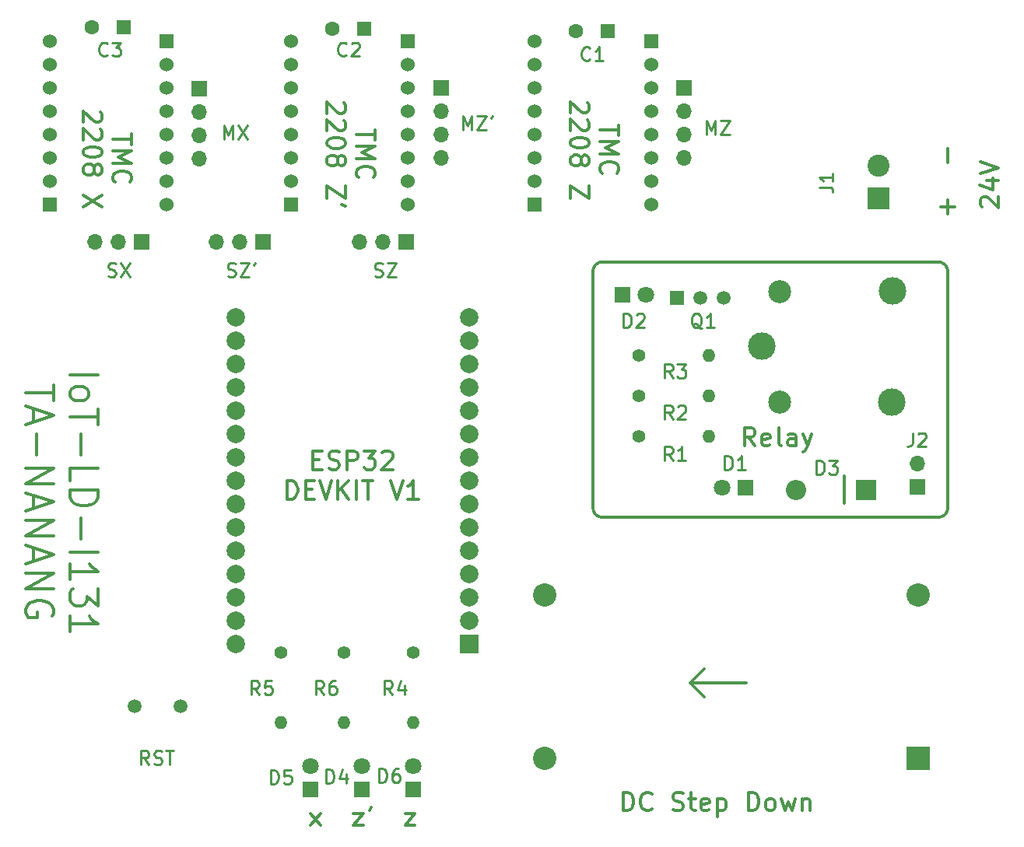
<source format=gtl>
%TF.GenerationSoftware,KiCad,Pcbnew,8.0.2-8.0.2-0~ubuntu24.04.1*%
%TF.CreationDate,2024-05-23T10:48:03+07:00*%
%TF.ProjectId,tugas-akhir,74756761-732d-4616-9b68-69722e6b6963,6*%
%TF.SameCoordinates,Original*%
%TF.FileFunction,Copper,L1,Top*%
%TF.FilePolarity,Positive*%
%FSLAX46Y46*%
G04 Gerber Fmt 4.6, Leading zero omitted, Abs format (unit mm)*
G04 Created by KiCad (PCBNEW 8.0.2-8.0.2-0~ubuntu24.04.1) date 2024-05-23 10:48:03*
%MOMM*%
%LPD*%
G01*
G04 APERTURE LIST*
%TA.AperFunction,NonConductor*%
%ADD10C,0.300000*%
%TD*%
%ADD11C,0.300000*%
%ADD12C,0.250000*%
%TA.AperFunction,NonConductor*%
%ADD13C,0.250000*%
%TD*%
%TA.AperFunction,ComponentPad*%
%ADD14C,1.400000*%
%TD*%
%TA.AperFunction,ComponentPad*%
%ADD15O,1.400000X1.400000*%
%TD*%
%TA.AperFunction,ComponentPad*%
%ADD16R,1.800000X1.800000*%
%TD*%
%TA.AperFunction,ComponentPad*%
%ADD17C,1.800000*%
%TD*%
%TA.AperFunction,ComponentPad*%
%ADD18R,2.000000X2.000000*%
%TD*%
%TA.AperFunction,ComponentPad*%
%ADD19C,2.000000*%
%TD*%
%TA.AperFunction,ComponentPad*%
%ADD20R,1.700000X1.700000*%
%TD*%
%TA.AperFunction,ComponentPad*%
%ADD21O,1.700000X1.700000*%
%TD*%
%TA.AperFunction,ComponentPad*%
%ADD22R,1.500000X1.500000*%
%TD*%
%TA.AperFunction,ComponentPad*%
%ADD23C,1.500000*%
%TD*%
%TA.AperFunction,ComponentPad*%
%ADD24R,2.540000X2.540000*%
%TD*%
%TA.AperFunction,ComponentPad*%
%ADD25C,2.540000*%
%TD*%
%TA.AperFunction,ComponentPad*%
%ADD26R,1.524000X1.524000*%
%TD*%
%TA.AperFunction,ComponentPad*%
%ADD27C,1.524000*%
%TD*%
%TA.AperFunction,ComponentPad*%
%ADD28R,1.600000X1.600000*%
%TD*%
%TA.AperFunction,ComponentPad*%
%ADD29C,1.600000*%
%TD*%
%TA.AperFunction,ComponentPad*%
%ADD30C,1.508000*%
%TD*%
%TA.AperFunction,ComponentPad*%
%ADD31C,3.000000*%
%TD*%
%TA.AperFunction,ComponentPad*%
%ADD32C,2.500000*%
%TD*%
%TA.AperFunction,ComponentPad*%
%ADD33R,2.400000X2.400000*%
%TD*%
%TA.AperFunction,ComponentPad*%
%ADD34C,2.400000*%
%TD*%
%TA.AperFunction,ComponentPad*%
%ADD35R,2.200000X2.200000*%
%TD*%
%TA.AperFunction,ComponentPad*%
%ADD36O,2.200000X2.200000*%
%TD*%
G04 APERTURE END LIST*
D10*
X155200000Y-103000000D02*
G75*
G02*
X154200000Y-102000000I0J1000000D01*
G01*
X192800000Y-102000000D02*
G75*
G02*
X191800000Y-103000000I-1000000J0D01*
G01*
X154200000Y-76200000D02*
G75*
G02*
X155200000Y-75200000I1000000J0D01*
G01*
X181500000Y-98500000D02*
X181500000Y-101500000D01*
X155200000Y-75200000D02*
X191800000Y-75200000D01*
X154200000Y-102000000D02*
X154200000Y-76200000D01*
X191800000Y-75200000D02*
G75*
G02*
X192800000Y-76200000I0J-1000000D01*
G01*
X192800000Y-76200000D02*
X192800000Y-102000000D01*
X191800000Y-103000000D02*
X155200000Y-103000000D01*
D11*
D10*
X123483082Y-136539638D02*
X124530701Y-135206304D01*
X123483082Y-135206304D02*
X124530701Y-136539638D01*
X128149750Y-135206304D02*
X129197369Y-135206304D01*
X129197369Y-135206304D02*
X128149750Y-136539638D01*
X128149750Y-136539638D02*
X129197369Y-136539638D01*
X130054512Y-134539638D02*
X129864036Y-134920590D01*
X133768799Y-135206304D02*
X134816418Y-135206304D01*
X134816418Y-135206304D02*
X133768799Y-136539638D01*
X133768799Y-136539638D02*
X134816418Y-136539638D01*
D12*
D13*
X101450187Y-76732000D02*
X101664473Y-76803428D01*
X101664473Y-76803428D02*
X102021615Y-76803428D01*
X102021615Y-76803428D02*
X102164473Y-76732000D01*
X102164473Y-76732000D02*
X102235901Y-76660571D01*
X102235901Y-76660571D02*
X102307330Y-76517714D01*
X102307330Y-76517714D02*
X102307330Y-76374857D01*
X102307330Y-76374857D02*
X102235901Y-76232000D01*
X102235901Y-76232000D02*
X102164473Y-76160571D01*
X102164473Y-76160571D02*
X102021615Y-76089142D01*
X102021615Y-76089142D02*
X101735901Y-76017714D01*
X101735901Y-76017714D02*
X101593044Y-75946285D01*
X101593044Y-75946285D02*
X101521615Y-75874857D01*
X101521615Y-75874857D02*
X101450187Y-75732000D01*
X101450187Y-75732000D02*
X101450187Y-75589142D01*
X101450187Y-75589142D02*
X101521615Y-75446285D01*
X101521615Y-75446285D02*
X101593044Y-75374857D01*
X101593044Y-75374857D02*
X101735901Y-75303428D01*
X101735901Y-75303428D02*
X102093044Y-75303428D01*
X102093044Y-75303428D02*
X102307330Y-75374857D01*
X102807329Y-75303428D02*
X103807329Y-76803428D01*
X103807329Y-75303428D02*
X102807329Y-76803428D01*
D12*
D13*
X188950187Y-93803428D02*
X188950187Y-94874857D01*
X188950187Y-94874857D02*
X188878758Y-95089142D01*
X188878758Y-95089142D02*
X188735901Y-95232000D01*
X188735901Y-95232000D02*
X188521615Y-95303428D01*
X188521615Y-95303428D02*
X188378758Y-95303428D01*
X189593044Y-93946285D02*
X189664472Y-93874857D01*
X189664472Y-93874857D02*
X189807330Y-93803428D01*
X189807330Y-93803428D02*
X190164472Y-93803428D01*
X190164472Y-93803428D02*
X190307330Y-93874857D01*
X190307330Y-93874857D02*
X190378758Y-93946285D01*
X190378758Y-93946285D02*
X190450187Y-94089142D01*
X190450187Y-94089142D02*
X190450187Y-94232000D01*
X190450187Y-94232000D02*
X190378758Y-94446285D01*
X190378758Y-94446285D02*
X189521615Y-95303428D01*
X189521615Y-95303428D02*
X190450187Y-95303428D01*
D12*
D13*
X105878571Y-129903428D02*
X105378571Y-129189142D01*
X105021428Y-129903428D02*
X105021428Y-128403428D01*
X105021428Y-128403428D02*
X105592857Y-128403428D01*
X105592857Y-128403428D02*
X105735714Y-128474857D01*
X105735714Y-128474857D02*
X105807143Y-128546285D01*
X105807143Y-128546285D02*
X105878571Y-128689142D01*
X105878571Y-128689142D02*
X105878571Y-128903428D01*
X105878571Y-128903428D02*
X105807143Y-129046285D01*
X105807143Y-129046285D02*
X105735714Y-129117714D01*
X105735714Y-129117714D02*
X105592857Y-129189142D01*
X105592857Y-129189142D02*
X105021428Y-129189142D01*
X106450000Y-129832000D02*
X106664286Y-129903428D01*
X106664286Y-129903428D02*
X107021428Y-129903428D01*
X107021428Y-129903428D02*
X107164286Y-129832000D01*
X107164286Y-129832000D02*
X107235714Y-129760571D01*
X107235714Y-129760571D02*
X107307143Y-129617714D01*
X107307143Y-129617714D02*
X107307143Y-129474857D01*
X107307143Y-129474857D02*
X107235714Y-129332000D01*
X107235714Y-129332000D02*
X107164286Y-129260571D01*
X107164286Y-129260571D02*
X107021428Y-129189142D01*
X107021428Y-129189142D02*
X106735714Y-129117714D01*
X106735714Y-129117714D02*
X106592857Y-129046285D01*
X106592857Y-129046285D02*
X106521428Y-128974857D01*
X106521428Y-128974857D02*
X106450000Y-128832000D01*
X106450000Y-128832000D02*
X106450000Y-128689142D01*
X106450000Y-128689142D02*
X106521428Y-128546285D01*
X106521428Y-128546285D02*
X106592857Y-128474857D01*
X106592857Y-128474857D02*
X106735714Y-128403428D01*
X106735714Y-128403428D02*
X107092857Y-128403428D01*
X107092857Y-128403428D02*
X107307143Y-128474857D01*
X107735714Y-128403428D02*
X108592857Y-128403428D01*
X108164285Y-129903428D02*
X108164285Y-128403428D01*
D12*
D13*
X162878758Y-92303428D02*
X162378758Y-91589142D01*
X162021615Y-92303428D02*
X162021615Y-90803428D01*
X162021615Y-90803428D02*
X162593044Y-90803428D01*
X162593044Y-90803428D02*
X162735901Y-90874857D01*
X162735901Y-90874857D02*
X162807330Y-90946285D01*
X162807330Y-90946285D02*
X162878758Y-91089142D01*
X162878758Y-91089142D02*
X162878758Y-91303428D01*
X162878758Y-91303428D02*
X162807330Y-91446285D01*
X162807330Y-91446285D02*
X162735901Y-91517714D01*
X162735901Y-91517714D02*
X162593044Y-91589142D01*
X162593044Y-91589142D02*
X162021615Y-91589142D01*
X163450187Y-90946285D02*
X163521615Y-90874857D01*
X163521615Y-90874857D02*
X163664473Y-90803428D01*
X163664473Y-90803428D02*
X164021615Y-90803428D01*
X164021615Y-90803428D02*
X164164473Y-90874857D01*
X164164473Y-90874857D02*
X164235901Y-90946285D01*
X164235901Y-90946285D02*
X164307330Y-91089142D01*
X164307330Y-91089142D02*
X164307330Y-91232000D01*
X164307330Y-91232000D02*
X164235901Y-91446285D01*
X164235901Y-91446285D02*
X163378758Y-92303428D01*
X163378758Y-92303428D02*
X164307330Y-92303428D01*
D12*
D13*
X178521615Y-98303428D02*
X178521615Y-96803428D01*
X178521615Y-96803428D02*
X178878758Y-96803428D01*
X178878758Y-96803428D02*
X179093044Y-96874857D01*
X179093044Y-96874857D02*
X179235901Y-97017714D01*
X179235901Y-97017714D02*
X179307330Y-97160571D01*
X179307330Y-97160571D02*
X179378758Y-97446285D01*
X179378758Y-97446285D02*
X179378758Y-97660571D01*
X179378758Y-97660571D02*
X179307330Y-97946285D01*
X179307330Y-97946285D02*
X179235901Y-98089142D01*
X179235901Y-98089142D02*
X179093044Y-98232000D01*
X179093044Y-98232000D02*
X178878758Y-98303428D01*
X178878758Y-98303428D02*
X178521615Y-98303428D01*
X179878758Y-96803428D02*
X180807330Y-96803428D01*
X180807330Y-96803428D02*
X180307330Y-97374857D01*
X180307330Y-97374857D02*
X180521615Y-97374857D01*
X180521615Y-97374857D02*
X180664473Y-97446285D01*
X180664473Y-97446285D02*
X180735901Y-97517714D01*
X180735901Y-97517714D02*
X180807330Y-97660571D01*
X180807330Y-97660571D02*
X180807330Y-98017714D01*
X180807330Y-98017714D02*
X180735901Y-98160571D01*
X180735901Y-98160571D02*
X180664473Y-98232000D01*
X180664473Y-98232000D02*
X180521615Y-98303428D01*
X180521615Y-98303428D02*
X180093044Y-98303428D01*
X180093044Y-98303428D02*
X179950187Y-98232000D01*
X179950187Y-98232000D02*
X179878758Y-98160571D01*
D12*
D13*
X114021615Y-61803428D02*
X114021615Y-60303428D01*
X114021615Y-60303428D02*
X114521615Y-61374857D01*
X114521615Y-61374857D02*
X115021615Y-60303428D01*
X115021615Y-60303428D02*
X115021615Y-61803428D01*
X115593044Y-60303428D02*
X116593044Y-61803428D01*
X116593044Y-60303428D02*
X115593044Y-61803428D01*
D11*
D10*
X103980249Y-61285714D02*
X103980249Y-62428571D01*
X101980249Y-61857142D02*
X103980249Y-61857142D01*
X101980249Y-63095238D02*
X103980249Y-63095238D01*
X103980249Y-63095238D02*
X102551678Y-63761905D01*
X102551678Y-63761905D02*
X103980249Y-64428571D01*
X103980249Y-64428571D02*
X101980249Y-64428571D01*
X102170726Y-66523809D02*
X102075488Y-66428571D01*
X102075488Y-66428571D02*
X101980249Y-66142857D01*
X101980249Y-66142857D02*
X101980249Y-65952381D01*
X101980249Y-65952381D02*
X102075488Y-65666666D01*
X102075488Y-65666666D02*
X102265964Y-65476190D01*
X102265964Y-65476190D02*
X102456440Y-65380952D01*
X102456440Y-65380952D02*
X102837392Y-65285714D01*
X102837392Y-65285714D02*
X103123107Y-65285714D01*
X103123107Y-65285714D02*
X103504059Y-65380952D01*
X103504059Y-65380952D02*
X103694535Y-65476190D01*
X103694535Y-65476190D02*
X103885011Y-65666666D01*
X103885011Y-65666666D02*
X103980249Y-65952381D01*
X103980249Y-65952381D02*
X103980249Y-66142857D01*
X103980249Y-66142857D02*
X103885011Y-66428571D01*
X103885011Y-66428571D02*
X103789773Y-66523809D01*
X100569885Y-58857142D02*
X100665123Y-58952380D01*
X100665123Y-58952380D02*
X100760361Y-59142856D01*
X100760361Y-59142856D02*
X100760361Y-59619047D01*
X100760361Y-59619047D02*
X100665123Y-59809523D01*
X100665123Y-59809523D02*
X100569885Y-59904761D01*
X100569885Y-59904761D02*
X100379409Y-59999999D01*
X100379409Y-59999999D02*
X100188933Y-59999999D01*
X100188933Y-59999999D02*
X99903219Y-59904761D01*
X99903219Y-59904761D02*
X98760361Y-58761904D01*
X98760361Y-58761904D02*
X98760361Y-59999999D01*
X100569885Y-60761904D02*
X100665123Y-60857142D01*
X100665123Y-60857142D02*
X100760361Y-61047618D01*
X100760361Y-61047618D02*
X100760361Y-61523809D01*
X100760361Y-61523809D02*
X100665123Y-61714285D01*
X100665123Y-61714285D02*
X100569885Y-61809523D01*
X100569885Y-61809523D02*
X100379409Y-61904761D01*
X100379409Y-61904761D02*
X100188933Y-61904761D01*
X100188933Y-61904761D02*
X99903219Y-61809523D01*
X99903219Y-61809523D02*
X98760361Y-60666666D01*
X98760361Y-60666666D02*
X98760361Y-61904761D01*
X100760361Y-63142856D02*
X100760361Y-63333333D01*
X100760361Y-63333333D02*
X100665123Y-63523809D01*
X100665123Y-63523809D02*
X100569885Y-63619047D01*
X100569885Y-63619047D02*
X100379409Y-63714285D01*
X100379409Y-63714285D02*
X99998457Y-63809523D01*
X99998457Y-63809523D02*
X99522266Y-63809523D01*
X99522266Y-63809523D02*
X99141314Y-63714285D01*
X99141314Y-63714285D02*
X98950838Y-63619047D01*
X98950838Y-63619047D02*
X98855600Y-63523809D01*
X98855600Y-63523809D02*
X98760361Y-63333333D01*
X98760361Y-63333333D02*
X98760361Y-63142856D01*
X98760361Y-63142856D02*
X98855600Y-62952380D01*
X98855600Y-62952380D02*
X98950838Y-62857142D01*
X98950838Y-62857142D02*
X99141314Y-62761904D01*
X99141314Y-62761904D02*
X99522266Y-62666666D01*
X99522266Y-62666666D02*
X99998457Y-62666666D01*
X99998457Y-62666666D02*
X100379409Y-62761904D01*
X100379409Y-62761904D02*
X100569885Y-62857142D01*
X100569885Y-62857142D02*
X100665123Y-62952380D01*
X100665123Y-62952380D02*
X100760361Y-63142856D01*
X99903219Y-64952380D02*
X99998457Y-64761904D01*
X99998457Y-64761904D02*
X100093695Y-64666666D01*
X100093695Y-64666666D02*
X100284171Y-64571428D01*
X100284171Y-64571428D02*
X100379409Y-64571428D01*
X100379409Y-64571428D02*
X100569885Y-64666666D01*
X100569885Y-64666666D02*
X100665123Y-64761904D01*
X100665123Y-64761904D02*
X100760361Y-64952380D01*
X100760361Y-64952380D02*
X100760361Y-65333333D01*
X100760361Y-65333333D02*
X100665123Y-65523809D01*
X100665123Y-65523809D02*
X100569885Y-65619047D01*
X100569885Y-65619047D02*
X100379409Y-65714285D01*
X100379409Y-65714285D02*
X100284171Y-65714285D01*
X100284171Y-65714285D02*
X100093695Y-65619047D01*
X100093695Y-65619047D02*
X99998457Y-65523809D01*
X99998457Y-65523809D02*
X99903219Y-65333333D01*
X99903219Y-65333333D02*
X99903219Y-64952380D01*
X99903219Y-64952380D02*
X99807980Y-64761904D01*
X99807980Y-64761904D02*
X99712742Y-64666666D01*
X99712742Y-64666666D02*
X99522266Y-64571428D01*
X99522266Y-64571428D02*
X99141314Y-64571428D01*
X99141314Y-64571428D02*
X98950838Y-64666666D01*
X98950838Y-64666666D02*
X98855600Y-64761904D01*
X98855600Y-64761904D02*
X98760361Y-64952380D01*
X98760361Y-64952380D02*
X98760361Y-65333333D01*
X98760361Y-65333333D02*
X98855600Y-65523809D01*
X98855600Y-65523809D02*
X98950838Y-65619047D01*
X98950838Y-65619047D02*
X99141314Y-65714285D01*
X99141314Y-65714285D02*
X99522266Y-65714285D01*
X99522266Y-65714285D02*
X99712742Y-65619047D01*
X99712742Y-65619047D02*
X99807980Y-65523809D01*
X99807980Y-65523809D02*
X99903219Y-65333333D01*
X100760361Y-67904762D02*
X98760361Y-69238095D01*
X100760361Y-69238095D02*
X98760361Y-67904762D01*
D11*
D10*
X157473558Y-134939638D02*
X157473558Y-132939638D01*
X157473558Y-132939638D02*
X157949748Y-132939638D01*
X157949748Y-132939638D02*
X158235463Y-133034876D01*
X158235463Y-133034876D02*
X158425939Y-133225352D01*
X158425939Y-133225352D02*
X158521177Y-133415828D01*
X158521177Y-133415828D02*
X158616415Y-133796780D01*
X158616415Y-133796780D02*
X158616415Y-134082495D01*
X158616415Y-134082495D02*
X158521177Y-134463447D01*
X158521177Y-134463447D02*
X158425939Y-134653923D01*
X158425939Y-134653923D02*
X158235463Y-134844400D01*
X158235463Y-134844400D02*
X157949748Y-134939638D01*
X157949748Y-134939638D02*
X157473558Y-134939638D01*
X160616415Y-134749161D02*
X160521177Y-134844400D01*
X160521177Y-134844400D02*
X160235463Y-134939638D01*
X160235463Y-134939638D02*
X160044987Y-134939638D01*
X160044987Y-134939638D02*
X159759272Y-134844400D01*
X159759272Y-134844400D02*
X159568796Y-134653923D01*
X159568796Y-134653923D02*
X159473558Y-134463447D01*
X159473558Y-134463447D02*
X159378320Y-134082495D01*
X159378320Y-134082495D02*
X159378320Y-133796780D01*
X159378320Y-133796780D02*
X159473558Y-133415828D01*
X159473558Y-133415828D02*
X159568796Y-133225352D01*
X159568796Y-133225352D02*
X159759272Y-133034876D01*
X159759272Y-133034876D02*
X160044987Y-132939638D01*
X160044987Y-132939638D02*
X160235463Y-132939638D01*
X160235463Y-132939638D02*
X160521177Y-133034876D01*
X160521177Y-133034876D02*
X160616415Y-133130114D01*
X162902130Y-134844400D02*
X163187844Y-134939638D01*
X163187844Y-134939638D02*
X163664035Y-134939638D01*
X163664035Y-134939638D02*
X163854511Y-134844400D01*
X163854511Y-134844400D02*
X163949749Y-134749161D01*
X163949749Y-134749161D02*
X164044987Y-134558685D01*
X164044987Y-134558685D02*
X164044987Y-134368209D01*
X164044987Y-134368209D02*
X163949749Y-134177733D01*
X163949749Y-134177733D02*
X163854511Y-134082495D01*
X163854511Y-134082495D02*
X163664035Y-133987257D01*
X163664035Y-133987257D02*
X163283082Y-133892019D01*
X163283082Y-133892019D02*
X163092606Y-133796780D01*
X163092606Y-133796780D02*
X162997368Y-133701542D01*
X162997368Y-133701542D02*
X162902130Y-133511066D01*
X162902130Y-133511066D02*
X162902130Y-133320590D01*
X162902130Y-133320590D02*
X162997368Y-133130114D01*
X162997368Y-133130114D02*
X163092606Y-133034876D01*
X163092606Y-133034876D02*
X163283082Y-132939638D01*
X163283082Y-132939638D02*
X163759273Y-132939638D01*
X163759273Y-132939638D02*
X164044987Y-133034876D01*
X164616416Y-133606304D02*
X165378320Y-133606304D01*
X164902130Y-132939638D02*
X164902130Y-134653923D01*
X164902130Y-134653923D02*
X164997368Y-134844400D01*
X164997368Y-134844400D02*
X165187844Y-134939638D01*
X165187844Y-134939638D02*
X165378320Y-134939638D01*
X166806892Y-134844400D02*
X166616416Y-134939638D01*
X166616416Y-134939638D02*
X166235463Y-134939638D01*
X166235463Y-134939638D02*
X166044987Y-134844400D01*
X166044987Y-134844400D02*
X165949749Y-134653923D01*
X165949749Y-134653923D02*
X165949749Y-133892019D01*
X165949749Y-133892019D02*
X166044987Y-133701542D01*
X166044987Y-133701542D02*
X166235463Y-133606304D01*
X166235463Y-133606304D02*
X166616416Y-133606304D01*
X166616416Y-133606304D02*
X166806892Y-133701542D01*
X166806892Y-133701542D02*
X166902130Y-133892019D01*
X166902130Y-133892019D02*
X166902130Y-134082495D01*
X166902130Y-134082495D02*
X165949749Y-134272971D01*
X167759273Y-133606304D02*
X167759273Y-135606304D01*
X167759273Y-133701542D02*
X167949749Y-133606304D01*
X167949749Y-133606304D02*
X168330702Y-133606304D01*
X168330702Y-133606304D02*
X168521178Y-133701542D01*
X168521178Y-133701542D02*
X168616416Y-133796780D01*
X168616416Y-133796780D02*
X168711654Y-133987257D01*
X168711654Y-133987257D02*
X168711654Y-134558685D01*
X168711654Y-134558685D02*
X168616416Y-134749161D01*
X168616416Y-134749161D02*
X168521178Y-134844400D01*
X168521178Y-134844400D02*
X168330702Y-134939638D01*
X168330702Y-134939638D02*
X167949749Y-134939638D01*
X167949749Y-134939638D02*
X167759273Y-134844400D01*
X171092607Y-134939638D02*
X171092607Y-132939638D01*
X171092607Y-132939638D02*
X171568797Y-132939638D01*
X171568797Y-132939638D02*
X171854512Y-133034876D01*
X171854512Y-133034876D02*
X172044988Y-133225352D01*
X172044988Y-133225352D02*
X172140226Y-133415828D01*
X172140226Y-133415828D02*
X172235464Y-133796780D01*
X172235464Y-133796780D02*
X172235464Y-134082495D01*
X172235464Y-134082495D02*
X172140226Y-134463447D01*
X172140226Y-134463447D02*
X172044988Y-134653923D01*
X172044988Y-134653923D02*
X171854512Y-134844400D01*
X171854512Y-134844400D02*
X171568797Y-134939638D01*
X171568797Y-134939638D02*
X171092607Y-134939638D01*
X173378321Y-134939638D02*
X173187845Y-134844400D01*
X173187845Y-134844400D02*
X173092607Y-134749161D01*
X173092607Y-134749161D02*
X172997369Y-134558685D01*
X172997369Y-134558685D02*
X172997369Y-133987257D01*
X172997369Y-133987257D02*
X173092607Y-133796780D01*
X173092607Y-133796780D02*
X173187845Y-133701542D01*
X173187845Y-133701542D02*
X173378321Y-133606304D01*
X173378321Y-133606304D02*
X173664036Y-133606304D01*
X173664036Y-133606304D02*
X173854512Y-133701542D01*
X173854512Y-133701542D02*
X173949750Y-133796780D01*
X173949750Y-133796780D02*
X174044988Y-133987257D01*
X174044988Y-133987257D02*
X174044988Y-134558685D01*
X174044988Y-134558685D02*
X173949750Y-134749161D01*
X173949750Y-134749161D02*
X173854512Y-134844400D01*
X173854512Y-134844400D02*
X173664036Y-134939638D01*
X173664036Y-134939638D02*
X173378321Y-134939638D01*
X174711655Y-133606304D02*
X175092607Y-134939638D01*
X175092607Y-134939638D02*
X175473560Y-133987257D01*
X175473560Y-133987257D02*
X175854512Y-134939638D01*
X175854512Y-134939638D02*
X176235464Y-133606304D01*
X176997369Y-133606304D02*
X176997369Y-134939638D01*
X176997369Y-133796780D02*
X177092607Y-133701542D01*
X177092607Y-133701542D02*
X177283083Y-133606304D01*
X177283083Y-133606304D02*
X177568798Y-133606304D01*
X177568798Y-133606304D02*
X177759274Y-133701542D01*
X177759274Y-133701542D02*
X177854512Y-133892019D01*
X177854512Y-133892019D02*
X177854512Y-134939638D01*
D11*
D10*
X130480249Y-60785714D02*
X130480249Y-61928571D01*
X128480249Y-61357142D02*
X130480249Y-61357142D01*
X128480249Y-62595238D02*
X130480249Y-62595238D01*
X130480249Y-62595238D02*
X129051678Y-63261905D01*
X129051678Y-63261905D02*
X130480249Y-63928571D01*
X130480249Y-63928571D02*
X128480249Y-63928571D01*
X128670726Y-66023809D02*
X128575488Y-65928571D01*
X128575488Y-65928571D02*
X128480249Y-65642857D01*
X128480249Y-65642857D02*
X128480249Y-65452381D01*
X128480249Y-65452381D02*
X128575488Y-65166666D01*
X128575488Y-65166666D02*
X128765964Y-64976190D01*
X128765964Y-64976190D02*
X128956440Y-64880952D01*
X128956440Y-64880952D02*
X129337392Y-64785714D01*
X129337392Y-64785714D02*
X129623107Y-64785714D01*
X129623107Y-64785714D02*
X130004059Y-64880952D01*
X130004059Y-64880952D02*
X130194535Y-64976190D01*
X130194535Y-64976190D02*
X130385011Y-65166666D01*
X130385011Y-65166666D02*
X130480249Y-65452381D01*
X130480249Y-65452381D02*
X130480249Y-65642857D01*
X130480249Y-65642857D02*
X130385011Y-65928571D01*
X130385011Y-65928571D02*
X130289773Y-66023809D01*
X127069885Y-57880952D02*
X127165123Y-57976190D01*
X127165123Y-57976190D02*
X127260361Y-58166666D01*
X127260361Y-58166666D02*
X127260361Y-58642857D01*
X127260361Y-58642857D02*
X127165123Y-58833333D01*
X127165123Y-58833333D02*
X127069885Y-58928571D01*
X127069885Y-58928571D02*
X126879409Y-59023809D01*
X126879409Y-59023809D02*
X126688933Y-59023809D01*
X126688933Y-59023809D02*
X126403219Y-58928571D01*
X126403219Y-58928571D02*
X125260361Y-57785714D01*
X125260361Y-57785714D02*
X125260361Y-59023809D01*
X127069885Y-59785714D02*
X127165123Y-59880952D01*
X127165123Y-59880952D02*
X127260361Y-60071428D01*
X127260361Y-60071428D02*
X127260361Y-60547619D01*
X127260361Y-60547619D02*
X127165123Y-60738095D01*
X127165123Y-60738095D02*
X127069885Y-60833333D01*
X127069885Y-60833333D02*
X126879409Y-60928571D01*
X126879409Y-60928571D02*
X126688933Y-60928571D01*
X126688933Y-60928571D02*
X126403219Y-60833333D01*
X126403219Y-60833333D02*
X125260361Y-59690476D01*
X125260361Y-59690476D02*
X125260361Y-60928571D01*
X127260361Y-62166666D02*
X127260361Y-62357143D01*
X127260361Y-62357143D02*
X127165123Y-62547619D01*
X127165123Y-62547619D02*
X127069885Y-62642857D01*
X127069885Y-62642857D02*
X126879409Y-62738095D01*
X126879409Y-62738095D02*
X126498457Y-62833333D01*
X126498457Y-62833333D02*
X126022266Y-62833333D01*
X126022266Y-62833333D02*
X125641314Y-62738095D01*
X125641314Y-62738095D02*
X125450838Y-62642857D01*
X125450838Y-62642857D02*
X125355600Y-62547619D01*
X125355600Y-62547619D02*
X125260361Y-62357143D01*
X125260361Y-62357143D02*
X125260361Y-62166666D01*
X125260361Y-62166666D02*
X125355600Y-61976190D01*
X125355600Y-61976190D02*
X125450838Y-61880952D01*
X125450838Y-61880952D02*
X125641314Y-61785714D01*
X125641314Y-61785714D02*
X126022266Y-61690476D01*
X126022266Y-61690476D02*
X126498457Y-61690476D01*
X126498457Y-61690476D02*
X126879409Y-61785714D01*
X126879409Y-61785714D02*
X127069885Y-61880952D01*
X127069885Y-61880952D02*
X127165123Y-61976190D01*
X127165123Y-61976190D02*
X127260361Y-62166666D01*
X126403219Y-63976190D02*
X126498457Y-63785714D01*
X126498457Y-63785714D02*
X126593695Y-63690476D01*
X126593695Y-63690476D02*
X126784171Y-63595238D01*
X126784171Y-63595238D02*
X126879409Y-63595238D01*
X126879409Y-63595238D02*
X127069885Y-63690476D01*
X127069885Y-63690476D02*
X127165123Y-63785714D01*
X127165123Y-63785714D02*
X127260361Y-63976190D01*
X127260361Y-63976190D02*
X127260361Y-64357143D01*
X127260361Y-64357143D02*
X127165123Y-64547619D01*
X127165123Y-64547619D02*
X127069885Y-64642857D01*
X127069885Y-64642857D02*
X126879409Y-64738095D01*
X126879409Y-64738095D02*
X126784171Y-64738095D01*
X126784171Y-64738095D02*
X126593695Y-64642857D01*
X126593695Y-64642857D02*
X126498457Y-64547619D01*
X126498457Y-64547619D02*
X126403219Y-64357143D01*
X126403219Y-64357143D02*
X126403219Y-63976190D01*
X126403219Y-63976190D02*
X126307980Y-63785714D01*
X126307980Y-63785714D02*
X126212742Y-63690476D01*
X126212742Y-63690476D02*
X126022266Y-63595238D01*
X126022266Y-63595238D02*
X125641314Y-63595238D01*
X125641314Y-63595238D02*
X125450838Y-63690476D01*
X125450838Y-63690476D02*
X125355600Y-63785714D01*
X125355600Y-63785714D02*
X125260361Y-63976190D01*
X125260361Y-63976190D02*
X125260361Y-64357143D01*
X125260361Y-64357143D02*
X125355600Y-64547619D01*
X125355600Y-64547619D02*
X125450838Y-64642857D01*
X125450838Y-64642857D02*
X125641314Y-64738095D01*
X125641314Y-64738095D02*
X126022266Y-64738095D01*
X126022266Y-64738095D02*
X126212742Y-64642857D01*
X126212742Y-64642857D02*
X126307980Y-64547619D01*
X126307980Y-64547619D02*
X126403219Y-64357143D01*
X127260361Y-66928572D02*
X127260361Y-68261905D01*
X127260361Y-68261905D02*
X125260361Y-66928572D01*
X125260361Y-66928572D02*
X125260361Y-68261905D01*
X127260361Y-69119048D02*
X126879409Y-68928572D01*
D11*
D10*
X123739285Y-96742131D02*
X124405952Y-96742131D01*
X124691666Y-97789750D02*
X123739285Y-97789750D01*
X123739285Y-97789750D02*
X123739285Y-95789750D01*
X123739285Y-95789750D02*
X124691666Y-95789750D01*
X125453571Y-97694512D02*
X125739285Y-97789750D01*
X125739285Y-97789750D02*
X126215476Y-97789750D01*
X126215476Y-97789750D02*
X126405952Y-97694512D01*
X126405952Y-97694512D02*
X126501190Y-97599273D01*
X126501190Y-97599273D02*
X126596428Y-97408797D01*
X126596428Y-97408797D02*
X126596428Y-97218321D01*
X126596428Y-97218321D02*
X126501190Y-97027845D01*
X126501190Y-97027845D02*
X126405952Y-96932607D01*
X126405952Y-96932607D02*
X126215476Y-96837369D01*
X126215476Y-96837369D02*
X125834523Y-96742131D01*
X125834523Y-96742131D02*
X125644047Y-96646892D01*
X125644047Y-96646892D02*
X125548809Y-96551654D01*
X125548809Y-96551654D02*
X125453571Y-96361178D01*
X125453571Y-96361178D02*
X125453571Y-96170702D01*
X125453571Y-96170702D02*
X125548809Y-95980226D01*
X125548809Y-95980226D02*
X125644047Y-95884988D01*
X125644047Y-95884988D02*
X125834523Y-95789750D01*
X125834523Y-95789750D02*
X126310714Y-95789750D01*
X126310714Y-95789750D02*
X126596428Y-95884988D01*
X127453571Y-97789750D02*
X127453571Y-95789750D01*
X127453571Y-95789750D02*
X128215476Y-95789750D01*
X128215476Y-95789750D02*
X128405952Y-95884988D01*
X128405952Y-95884988D02*
X128501190Y-95980226D01*
X128501190Y-95980226D02*
X128596428Y-96170702D01*
X128596428Y-96170702D02*
X128596428Y-96456416D01*
X128596428Y-96456416D02*
X128501190Y-96646892D01*
X128501190Y-96646892D02*
X128405952Y-96742131D01*
X128405952Y-96742131D02*
X128215476Y-96837369D01*
X128215476Y-96837369D02*
X127453571Y-96837369D01*
X129263095Y-95789750D02*
X130501190Y-95789750D01*
X130501190Y-95789750D02*
X129834523Y-96551654D01*
X129834523Y-96551654D02*
X130120238Y-96551654D01*
X130120238Y-96551654D02*
X130310714Y-96646892D01*
X130310714Y-96646892D02*
X130405952Y-96742131D01*
X130405952Y-96742131D02*
X130501190Y-96932607D01*
X130501190Y-96932607D02*
X130501190Y-97408797D01*
X130501190Y-97408797D02*
X130405952Y-97599273D01*
X130405952Y-97599273D02*
X130310714Y-97694512D01*
X130310714Y-97694512D02*
X130120238Y-97789750D01*
X130120238Y-97789750D02*
X129548809Y-97789750D01*
X129548809Y-97789750D02*
X129358333Y-97694512D01*
X129358333Y-97694512D02*
X129263095Y-97599273D01*
X131263095Y-95980226D02*
X131358333Y-95884988D01*
X131358333Y-95884988D02*
X131548809Y-95789750D01*
X131548809Y-95789750D02*
X132025000Y-95789750D01*
X132025000Y-95789750D02*
X132215476Y-95884988D01*
X132215476Y-95884988D02*
X132310714Y-95980226D01*
X132310714Y-95980226D02*
X132405952Y-96170702D01*
X132405952Y-96170702D02*
X132405952Y-96361178D01*
X132405952Y-96361178D02*
X132310714Y-96646892D01*
X132310714Y-96646892D02*
X131167857Y-97789750D01*
X131167857Y-97789750D02*
X132405952Y-97789750D01*
X120929761Y-101009638D02*
X120929761Y-99009638D01*
X120929761Y-99009638D02*
X121405951Y-99009638D01*
X121405951Y-99009638D02*
X121691666Y-99104876D01*
X121691666Y-99104876D02*
X121882142Y-99295352D01*
X121882142Y-99295352D02*
X121977380Y-99485828D01*
X121977380Y-99485828D02*
X122072618Y-99866780D01*
X122072618Y-99866780D02*
X122072618Y-100152495D01*
X122072618Y-100152495D02*
X121977380Y-100533447D01*
X121977380Y-100533447D02*
X121882142Y-100723923D01*
X121882142Y-100723923D02*
X121691666Y-100914400D01*
X121691666Y-100914400D02*
X121405951Y-101009638D01*
X121405951Y-101009638D02*
X120929761Y-101009638D01*
X122929761Y-99962019D02*
X123596428Y-99962019D01*
X123882142Y-101009638D02*
X122929761Y-101009638D01*
X122929761Y-101009638D02*
X122929761Y-99009638D01*
X122929761Y-99009638D02*
X123882142Y-99009638D01*
X124453571Y-99009638D02*
X125120237Y-101009638D01*
X125120237Y-101009638D02*
X125786904Y-99009638D01*
X126453571Y-101009638D02*
X126453571Y-99009638D01*
X127596428Y-101009638D02*
X126739285Y-99866780D01*
X127596428Y-99009638D02*
X126453571Y-100152495D01*
X128453571Y-101009638D02*
X128453571Y-99009638D01*
X129120238Y-99009638D02*
X130263095Y-99009638D01*
X129691666Y-101009638D02*
X129691666Y-99009638D01*
X132167858Y-99009638D02*
X132834524Y-101009638D01*
X132834524Y-101009638D02*
X133501191Y-99009638D01*
X135215477Y-101009638D02*
X134072620Y-101009638D01*
X134644048Y-101009638D02*
X134644048Y-99009638D01*
X134644048Y-99009638D02*
X134453572Y-99295352D01*
X134453572Y-99295352D02*
X134263096Y-99485828D01*
X134263096Y-99485828D02*
X134072620Y-99581066D01*
D12*
D13*
X125171615Y-131953428D02*
X125171615Y-130453428D01*
X125171615Y-130453428D02*
X125528758Y-130453428D01*
X125528758Y-130453428D02*
X125743044Y-130524857D01*
X125743044Y-130524857D02*
X125885901Y-130667714D01*
X125885901Y-130667714D02*
X125957330Y-130810571D01*
X125957330Y-130810571D02*
X126028758Y-131096285D01*
X126028758Y-131096285D02*
X126028758Y-131310571D01*
X126028758Y-131310571D02*
X125957330Y-131596285D01*
X125957330Y-131596285D02*
X125885901Y-131739142D01*
X125885901Y-131739142D02*
X125743044Y-131882000D01*
X125743044Y-131882000D02*
X125528758Y-131953428D01*
X125528758Y-131953428D02*
X125171615Y-131953428D01*
X127314473Y-130953428D02*
X127314473Y-131953428D01*
X126957330Y-130382000D02*
X126600187Y-131453428D01*
X126600187Y-131453428D02*
X127528758Y-131453428D01*
D12*
D13*
X101378758Y-52660571D02*
X101307330Y-52732000D01*
X101307330Y-52732000D02*
X101093044Y-52803428D01*
X101093044Y-52803428D02*
X100950187Y-52803428D01*
X100950187Y-52803428D02*
X100735901Y-52732000D01*
X100735901Y-52732000D02*
X100593044Y-52589142D01*
X100593044Y-52589142D02*
X100521615Y-52446285D01*
X100521615Y-52446285D02*
X100450187Y-52160571D01*
X100450187Y-52160571D02*
X100450187Y-51946285D01*
X100450187Y-51946285D02*
X100521615Y-51660571D01*
X100521615Y-51660571D02*
X100593044Y-51517714D01*
X100593044Y-51517714D02*
X100735901Y-51374857D01*
X100735901Y-51374857D02*
X100950187Y-51303428D01*
X100950187Y-51303428D02*
X101093044Y-51303428D01*
X101093044Y-51303428D02*
X101307330Y-51374857D01*
X101307330Y-51374857D02*
X101378758Y-51446285D01*
X101878758Y-51303428D02*
X102807330Y-51303428D01*
X102807330Y-51303428D02*
X102307330Y-51874857D01*
X102307330Y-51874857D02*
X102521615Y-51874857D01*
X102521615Y-51874857D02*
X102664473Y-51946285D01*
X102664473Y-51946285D02*
X102735901Y-52017714D01*
X102735901Y-52017714D02*
X102807330Y-52160571D01*
X102807330Y-52160571D02*
X102807330Y-52517714D01*
X102807330Y-52517714D02*
X102735901Y-52660571D01*
X102735901Y-52660571D02*
X102664473Y-52732000D01*
X102664473Y-52732000D02*
X102521615Y-52803428D01*
X102521615Y-52803428D02*
X102093044Y-52803428D01*
X102093044Y-52803428D02*
X101950187Y-52732000D01*
X101950187Y-52732000D02*
X101878758Y-52660571D01*
D12*
D13*
X124878758Y-122303428D02*
X124378758Y-121589142D01*
X124021615Y-122303428D02*
X124021615Y-120803428D01*
X124021615Y-120803428D02*
X124593044Y-120803428D01*
X124593044Y-120803428D02*
X124735901Y-120874857D01*
X124735901Y-120874857D02*
X124807330Y-120946285D01*
X124807330Y-120946285D02*
X124878758Y-121089142D01*
X124878758Y-121089142D02*
X124878758Y-121303428D01*
X124878758Y-121303428D02*
X124807330Y-121446285D01*
X124807330Y-121446285D02*
X124735901Y-121517714D01*
X124735901Y-121517714D02*
X124593044Y-121589142D01*
X124593044Y-121589142D02*
X124021615Y-121589142D01*
X126164473Y-120803428D02*
X125878758Y-120803428D01*
X125878758Y-120803428D02*
X125735901Y-120874857D01*
X125735901Y-120874857D02*
X125664473Y-120946285D01*
X125664473Y-120946285D02*
X125521615Y-121160571D01*
X125521615Y-121160571D02*
X125450187Y-121446285D01*
X125450187Y-121446285D02*
X125450187Y-122017714D01*
X125450187Y-122017714D02*
X125521615Y-122160571D01*
X125521615Y-122160571D02*
X125593044Y-122232000D01*
X125593044Y-122232000D02*
X125735901Y-122303428D01*
X125735901Y-122303428D02*
X126021615Y-122303428D01*
X126021615Y-122303428D02*
X126164473Y-122232000D01*
X126164473Y-122232000D02*
X126235901Y-122160571D01*
X126235901Y-122160571D02*
X126307330Y-122017714D01*
X126307330Y-122017714D02*
X126307330Y-121660571D01*
X126307330Y-121660571D02*
X126235901Y-121517714D01*
X126235901Y-121517714D02*
X126164473Y-121446285D01*
X126164473Y-121446285D02*
X126021615Y-121374857D01*
X126021615Y-121374857D02*
X125735901Y-121374857D01*
X125735901Y-121374857D02*
X125593044Y-121446285D01*
X125593044Y-121446285D02*
X125521615Y-121517714D01*
X125521615Y-121517714D02*
X125450187Y-121660571D01*
D12*
D13*
X130450187Y-76732000D02*
X130664473Y-76803428D01*
X130664473Y-76803428D02*
X131021615Y-76803428D01*
X131021615Y-76803428D02*
X131164473Y-76732000D01*
X131164473Y-76732000D02*
X131235901Y-76660571D01*
X131235901Y-76660571D02*
X131307330Y-76517714D01*
X131307330Y-76517714D02*
X131307330Y-76374857D01*
X131307330Y-76374857D02*
X131235901Y-76232000D01*
X131235901Y-76232000D02*
X131164473Y-76160571D01*
X131164473Y-76160571D02*
X131021615Y-76089142D01*
X131021615Y-76089142D02*
X130735901Y-76017714D01*
X130735901Y-76017714D02*
X130593044Y-75946285D01*
X130593044Y-75946285D02*
X130521615Y-75874857D01*
X130521615Y-75874857D02*
X130450187Y-75732000D01*
X130450187Y-75732000D02*
X130450187Y-75589142D01*
X130450187Y-75589142D02*
X130521615Y-75446285D01*
X130521615Y-75446285D02*
X130593044Y-75374857D01*
X130593044Y-75374857D02*
X130735901Y-75303428D01*
X130735901Y-75303428D02*
X131093044Y-75303428D01*
X131093044Y-75303428D02*
X131307330Y-75374857D01*
X131807329Y-75303428D02*
X132807329Y-75303428D01*
X132807329Y-75303428D02*
X131807329Y-76803428D01*
X131807329Y-76803428D02*
X132807329Y-76803428D01*
D12*
D13*
X117878758Y-122303428D02*
X117378758Y-121589142D01*
X117021615Y-122303428D02*
X117021615Y-120803428D01*
X117021615Y-120803428D02*
X117593044Y-120803428D01*
X117593044Y-120803428D02*
X117735901Y-120874857D01*
X117735901Y-120874857D02*
X117807330Y-120946285D01*
X117807330Y-120946285D02*
X117878758Y-121089142D01*
X117878758Y-121089142D02*
X117878758Y-121303428D01*
X117878758Y-121303428D02*
X117807330Y-121446285D01*
X117807330Y-121446285D02*
X117735901Y-121517714D01*
X117735901Y-121517714D02*
X117593044Y-121589142D01*
X117593044Y-121589142D02*
X117021615Y-121589142D01*
X119235901Y-120803428D02*
X118521615Y-120803428D01*
X118521615Y-120803428D02*
X118450187Y-121517714D01*
X118450187Y-121517714D02*
X118521615Y-121446285D01*
X118521615Y-121446285D02*
X118664473Y-121374857D01*
X118664473Y-121374857D02*
X119021615Y-121374857D01*
X119021615Y-121374857D02*
X119164473Y-121446285D01*
X119164473Y-121446285D02*
X119235901Y-121517714D01*
X119235901Y-121517714D02*
X119307330Y-121660571D01*
X119307330Y-121660571D02*
X119307330Y-122017714D01*
X119307330Y-122017714D02*
X119235901Y-122160571D01*
X119235901Y-122160571D02*
X119164473Y-122232000D01*
X119164473Y-122232000D02*
X119021615Y-122303428D01*
X119021615Y-122303428D02*
X118664473Y-122303428D01*
X118664473Y-122303428D02*
X118521615Y-122232000D01*
X118521615Y-122232000D02*
X118450187Y-122160571D01*
D12*
D13*
X168521615Y-97803428D02*
X168521615Y-96303428D01*
X168521615Y-96303428D02*
X168878758Y-96303428D01*
X168878758Y-96303428D02*
X169093044Y-96374857D01*
X169093044Y-96374857D02*
X169235901Y-96517714D01*
X169235901Y-96517714D02*
X169307330Y-96660571D01*
X169307330Y-96660571D02*
X169378758Y-96946285D01*
X169378758Y-96946285D02*
X169378758Y-97160571D01*
X169378758Y-97160571D02*
X169307330Y-97446285D01*
X169307330Y-97446285D02*
X169235901Y-97589142D01*
X169235901Y-97589142D02*
X169093044Y-97732000D01*
X169093044Y-97732000D02*
X168878758Y-97803428D01*
X168878758Y-97803428D02*
X168521615Y-97803428D01*
X170807330Y-97803428D02*
X169950187Y-97803428D01*
X170378758Y-97803428D02*
X170378758Y-96303428D01*
X170378758Y-96303428D02*
X170235901Y-96517714D01*
X170235901Y-96517714D02*
X170093044Y-96660571D01*
X170093044Y-96660571D02*
X169950187Y-96732000D01*
D11*
D10*
X196530114Y-69221679D02*
X196434876Y-69126441D01*
X196434876Y-69126441D02*
X196339638Y-68935965D01*
X196339638Y-68935965D02*
X196339638Y-68459774D01*
X196339638Y-68459774D02*
X196434876Y-68269298D01*
X196434876Y-68269298D02*
X196530114Y-68174060D01*
X196530114Y-68174060D02*
X196720590Y-68078822D01*
X196720590Y-68078822D02*
X196911066Y-68078822D01*
X196911066Y-68078822D02*
X197196780Y-68174060D01*
X197196780Y-68174060D02*
X198339638Y-69316917D01*
X198339638Y-69316917D02*
X198339638Y-68078822D01*
X197006304Y-66364536D02*
X198339638Y-66364536D01*
X196244400Y-66840727D02*
X197672971Y-67316917D01*
X197672971Y-67316917D02*
X197672971Y-66078822D01*
X196339638Y-65602631D02*
X198339638Y-64935965D01*
X198339638Y-64935965D02*
X196339638Y-64269298D01*
D12*
D13*
X166521615Y-61303428D02*
X166521615Y-59803428D01*
X166521615Y-59803428D02*
X167021615Y-60874857D01*
X167021615Y-60874857D02*
X167521615Y-59803428D01*
X167521615Y-59803428D02*
X167521615Y-61303428D01*
X168093044Y-59803428D02*
X169093044Y-59803428D01*
X169093044Y-59803428D02*
X168093044Y-61303428D01*
X168093044Y-61303428D02*
X169093044Y-61303428D01*
D11*
D10*
X170897870Y-121042266D02*
X164802632Y-121042266D01*
X166326441Y-119518457D02*
X164802632Y-121042266D01*
X164802632Y-121042266D02*
X166326441Y-122566076D01*
D12*
D13*
X153878758Y-53160571D02*
X153807330Y-53232000D01*
X153807330Y-53232000D02*
X153593044Y-53303428D01*
X153593044Y-53303428D02*
X153450187Y-53303428D01*
X153450187Y-53303428D02*
X153235901Y-53232000D01*
X153235901Y-53232000D02*
X153093044Y-53089142D01*
X153093044Y-53089142D02*
X153021615Y-52946285D01*
X153021615Y-52946285D02*
X152950187Y-52660571D01*
X152950187Y-52660571D02*
X152950187Y-52446285D01*
X152950187Y-52446285D02*
X153021615Y-52160571D01*
X153021615Y-52160571D02*
X153093044Y-52017714D01*
X153093044Y-52017714D02*
X153235901Y-51874857D01*
X153235901Y-51874857D02*
X153450187Y-51803428D01*
X153450187Y-51803428D02*
X153593044Y-51803428D01*
X153593044Y-51803428D02*
X153807330Y-51874857D01*
X153807330Y-51874857D02*
X153878758Y-51946285D01*
X155307330Y-53303428D02*
X154450187Y-53303428D01*
X154878758Y-53303428D02*
X154878758Y-51803428D01*
X154878758Y-51803428D02*
X154735901Y-52017714D01*
X154735901Y-52017714D02*
X154593044Y-52160571D01*
X154593044Y-52160571D02*
X154450187Y-52232000D01*
D12*
D13*
X130921615Y-131853428D02*
X130921615Y-130353428D01*
X130921615Y-130353428D02*
X131278758Y-130353428D01*
X131278758Y-130353428D02*
X131493044Y-130424857D01*
X131493044Y-130424857D02*
X131635901Y-130567714D01*
X131635901Y-130567714D02*
X131707330Y-130710571D01*
X131707330Y-130710571D02*
X131778758Y-130996285D01*
X131778758Y-130996285D02*
X131778758Y-131210571D01*
X131778758Y-131210571D02*
X131707330Y-131496285D01*
X131707330Y-131496285D02*
X131635901Y-131639142D01*
X131635901Y-131639142D02*
X131493044Y-131782000D01*
X131493044Y-131782000D02*
X131278758Y-131853428D01*
X131278758Y-131853428D02*
X130921615Y-131853428D01*
X133064473Y-130353428D02*
X132778758Y-130353428D01*
X132778758Y-130353428D02*
X132635901Y-130424857D01*
X132635901Y-130424857D02*
X132564473Y-130496285D01*
X132564473Y-130496285D02*
X132421615Y-130710571D01*
X132421615Y-130710571D02*
X132350187Y-130996285D01*
X132350187Y-130996285D02*
X132350187Y-131567714D01*
X132350187Y-131567714D02*
X132421615Y-131710571D01*
X132421615Y-131710571D02*
X132493044Y-131782000D01*
X132493044Y-131782000D02*
X132635901Y-131853428D01*
X132635901Y-131853428D02*
X132921615Y-131853428D01*
X132921615Y-131853428D02*
X133064473Y-131782000D01*
X133064473Y-131782000D02*
X133135901Y-131710571D01*
X133135901Y-131710571D02*
X133207330Y-131567714D01*
X133207330Y-131567714D02*
X133207330Y-131210571D01*
X133207330Y-131210571D02*
X133135901Y-131067714D01*
X133135901Y-131067714D02*
X133064473Y-130996285D01*
X133064473Y-130996285D02*
X132921615Y-130924857D01*
X132921615Y-130924857D02*
X132635901Y-130924857D01*
X132635901Y-130924857D02*
X132493044Y-130996285D01*
X132493044Y-130996285D02*
X132421615Y-131067714D01*
X132421615Y-131067714D02*
X132350187Y-131210571D01*
D12*
D13*
X166021615Y-82446285D02*
X165878758Y-82374857D01*
X165878758Y-82374857D02*
X165735901Y-82232000D01*
X165735901Y-82232000D02*
X165521615Y-82017714D01*
X165521615Y-82017714D02*
X165378758Y-81946285D01*
X165378758Y-81946285D02*
X165235901Y-81946285D01*
X165307330Y-82303428D02*
X165164473Y-82232000D01*
X165164473Y-82232000D02*
X165021615Y-82089142D01*
X165021615Y-82089142D02*
X164950187Y-81803428D01*
X164950187Y-81803428D02*
X164950187Y-81303428D01*
X164950187Y-81303428D02*
X165021615Y-81017714D01*
X165021615Y-81017714D02*
X165164473Y-80874857D01*
X165164473Y-80874857D02*
X165307330Y-80803428D01*
X165307330Y-80803428D02*
X165593044Y-80803428D01*
X165593044Y-80803428D02*
X165735901Y-80874857D01*
X165735901Y-80874857D02*
X165878758Y-81017714D01*
X165878758Y-81017714D02*
X165950187Y-81303428D01*
X165950187Y-81303428D02*
X165950187Y-81803428D01*
X165950187Y-81803428D02*
X165878758Y-82089142D01*
X165878758Y-82089142D02*
X165735901Y-82232000D01*
X165735901Y-82232000D02*
X165593044Y-82303428D01*
X165593044Y-82303428D02*
X165307330Y-82303428D01*
X167378759Y-82303428D02*
X166521616Y-82303428D01*
X166950187Y-82303428D02*
X166950187Y-80803428D01*
X166950187Y-80803428D02*
X166807330Y-81017714D01*
X166807330Y-81017714D02*
X166664473Y-81160571D01*
X166664473Y-81160571D02*
X166521616Y-81232000D01*
D12*
D13*
X162878758Y-87803428D02*
X162378758Y-87089142D01*
X162021615Y-87803428D02*
X162021615Y-86303428D01*
X162021615Y-86303428D02*
X162593044Y-86303428D01*
X162593044Y-86303428D02*
X162735901Y-86374857D01*
X162735901Y-86374857D02*
X162807330Y-86446285D01*
X162807330Y-86446285D02*
X162878758Y-86589142D01*
X162878758Y-86589142D02*
X162878758Y-86803428D01*
X162878758Y-86803428D02*
X162807330Y-86946285D01*
X162807330Y-86946285D02*
X162735901Y-87017714D01*
X162735901Y-87017714D02*
X162593044Y-87089142D01*
X162593044Y-87089142D02*
X162021615Y-87089142D01*
X163378758Y-86303428D02*
X164307330Y-86303428D01*
X164307330Y-86303428D02*
X163807330Y-86874857D01*
X163807330Y-86874857D02*
X164021615Y-86874857D01*
X164021615Y-86874857D02*
X164164473Y-86946285D01*
X164164473Y-86946285D02*
X164235901Y-87017714D01*
X164235901Y-87017714D02*
X164307330Y-87160571D01*
X164307330Y-87160571D02*
X164307330Y-87517714D01*
X164307330Y-87517714D02*
X164235901Y-87660571D01*
X164235901Y-87660571D02*
X164164473Y-87732000D01*
X164164473Y-87732000D02*
X164021615Y-87803428D01*
X164021615Y-87803428D02*
X163593044Y-87803428D01*
X163593044Y-87803428D02*
X163450187Y-87732000D01*
X163450187Y-87732000D02*
X163378758Y-87660571D01*
D12*
D13*
X132378758Y-122303428D02*
X131878758Y-121589142D01*
X131521615Y-122303428D02*
X131521615Y-120803428D01*
X131521615Y-120803428D02*
X132093044Y-120803428D01*
X132093044Y-120803428D02*
X132235901Y-120874857D01*
X132235901Y-120874857D02*
X132307330Y-120946285D01*
X132307330Y-120946285D02*
X132378758Y-121089142D01*
X132378758Y-121089142D02*
X132378758Y-121303428D01*
X132378758Y-121303428D02*
X132307330Y-121446285D01*
X132307330Y-121446285D02*
X132235901Y-121517714D01*
X132235901Y-121517714D02*
X132093044Y-121589142D01*
X132093044Y-121589142D02*
X131521615Y-121589142D01*
X133664473Y-121303428D02*
X133664473Y-122303428D01*
X133307330Y-120732000D02*
X132950187Y-121803428D01*
X132950187Y-121803428D02*
X133878758Y-121803428D01*
D11*
D10*
X171816415Y-95239638D02*
X171149748Y-94287257D01*
X170673558Y-95239638D02*
X170673558Y-93239638D01*
X170673558Y-93239638D02*
X171435463Y-93239638D01*
X171435463Y-93239638D02*
X171625939Y-93334876D01*
X171625939Y-93334876D02*
X171721177Y-93430114D01*
X171721177Y-93430114D02*
X171816415Y-93620590D01*
X171816415Y-93620590D02*
X171816415Y-93906304D01*
X171816415Y-93906304D02*
X171721177Y-94096780D01*
X171721177Y-94096780D02*
X171625939Y-94192019D01*
X171625939Y-94192019D02*
X171435463Y-94287257D01*
X171435463Y-94287257D02*
X170673558Y-94287257D01*
X173435463Y-95144400D02*
X173244987Y-95239638D01*
X173244987Y-95239638D02*
X172864034Y-95239638D01*
X172864034Y-95239638D02*
X172673558Y-95144400D01*
X172673558Y-95144400D02*
X172578320Y-94953923D01*
X172578320Y-94953923D02*
X172578320Y-94192019D01*
X172578320Y-94192019D02*
X172673558Y-94001542D01*
X172673558Y-94001542D02*
X172864034Y-93906304D01*
X172864034Y-93906304D02*
X173244987Y-93906304D01*
X173244987Y-93906304D02*
X173435463Y-94001542D01*
X173435463Y-94001542D02*
X173530701Y-94192019D01*
X173530701Y-94192019D02*
X173530701Y-94382495D01*
X173530701Y-94382495D02*
X172578320Y-94572971D01*
X174673558Y-95239638D02*
X174483082Y-95144400D01*
X174483082Y-95144400D02*
X174387844Y-94953923D01*
X174387844Y-94953923D02*
X174387844Y-93239638D01*
X176292606Y-95239638D02*
X176292606Y-94192019D01*
X176292606Y-94192019D02*
X176197368Y-94001542D01*
X176197368Y-94001542D02*
X176006892Y-93906304D01*
X176006892Y-93906304D02*
X175625939Y-93906304D01*
X175625939Y-93906304D02*
X175435463Y-94001542D01*
X176292606Y-95144400D02*
X176102130Y-95239638D01*
X176102130Y-95239638D02*
X175625939Y-95239638D01*
X175625939Y-95239638D02*
X175435463Y-95144400D01*
X175435463Y-95144400D02*
X175340225Y-94953923D01*
X175340225Y-94953923D02*
X175340225Y-94763447D01*
X175340225Y-94763447D02*
X175435463Y-94572971D01*
X175435463Y-94572971D02*
X175625939Y-94477733D01*
X175625939Y-94477733D02*
X176102130Y-94477733D01*
X176102130Y-94477733D02*
X176292606Y-94382495D01*
X177054511Y-93906304D02*
X177530701Y-95239638D01*
X178006892Y-93906304D02*
X177530701Y-95239638D01*
X177530701Y-95239638D02*
X177340225Y-95715828D01*
X177340225Y-95715828D02*
X177244987Y-95811066D01*
X177244987Y-95811066D02*
X177054511Y-95906304D01*
D11*
D10*
X192777733Y-69926441D02*
X192777733Y-68402632D01*
X193539638Y-69164536D02*
X192015828Y-69164536D01*
X192777733Y-64402631D02*
X192777733Y-62878822D01*
D12*
D13*
X178803428Y-67049812D02*
X179874857Y-67049812D01*
X179874857Y-67049812D02*
X180089142Y-67121241D01*
X180089142Y-67121241D02*
X180232000Y-67264098D01*
X180232000Y-67264098D02*
X180303428Y-67478384D01*
X180303428Y-67478384D02*
X180303428Y-67621241D01*
X180303428Y-65549812D02*
X180303428Y-66406955D01*
X180303428Y-65978384D02*
X178803428Y-65978384D01*
X178803428Y-65978384D02*
X179017714Y-66121241D01*
X179017714Y-66121241D02*
X179160571Y-66264098D01*
X179160571Y-66264098D02*
X179232000Y-66406955D01*
D12*
D13*
X127378758Y-52660571D02*
X127307330Y-52732000D01*
X127307330Y-52732000D02*
X127093044Y-52803428D01*
X127093044Y-52803428D02*
X126950187Y-52803428D01*
X126950187Y-52803428D02*
X126735901Y-52732000D01*
X126735901Y-52732000D02*
X126593044Y-52589142D01*
X126593044Y-52589142D02*
X126521615Y-52446285D01*
X126521615Y-52446285D02*
X126450187Y-52160571D01*
X126450187Y-52160571D02*
X126450187Y-51946285D01*
X126450187Y-51946285D02*
X126521615Y-51660571D01*
X126521615Y-51660571D02*
X126593044Y-51517714D01*
X126593044Y-51517714D02*
X126735901Y-51374857D01*
X126735901Y-51374857D02*
X126950187Y-51303428D01*
X126950187Y-51303428D02*
X127093044Y-51303428D01*
X127093044Y-51303428D02*
X127307330Y-51374857D01*
X127307330Y-51374857D02*
X127378758Y-51446285D01*
X127950187Y-51446285D02*
X128021615Y-51374857D01*
X128021615Y-51374857D02*
X128164473Y-51303428D01*
X128164473Y-51303428D02*
X128521615Y-51303428D01*
X128521615Y-51303428D02*
X128664473Y-51374857D01*
X128664473Y-51374857D02*
X128735901Y-51446285D01*
X128735901Y-51446285D02*
X128807330Y-51589142D01*
X128807330Y-51589142D02*
X128807330Y-51732000D01*
X128807330Y-51732000D02*
X128735901Y-51946285D01*
X128735901Y-51946285D02*
X127878758Y-52803428D01*
X127878758Y-52803428D02*
X128807330Y-52803428D01*
D12*
D13*
X157521615Y-82303428D02*
X157521615Y-80803428D01*
X157521615Y-80803428D02*
X157878758Y-80803428D01*
X157878758Y-80803428D02*
X158093044Y-80874857D01*
X158093044Y-80874857D02*
X158235901Y-81017714D01*
X158235901Y-81017714D02*
X158307330Y-81160571D01*
X158307330Y-81160571D02*
X158378758Y-81446285D01*
X158378758Y-81446285D02*
X158378758Y-81660571D01*
X158378758Y-81660571D02*
X158307330Y-81946285D01*
X158307330Y-81946285D02*
X158235901Y-82089142D01*
X158235901Y-82089142D02*
X158093044Y-82232000D01*
X158093044Y-82232000D02*
X157878758Y-82303428D01*
X157878758Y-82303428D02*
X157521615Y-82303428D01*
X158950187Y-80946285D02*
X159021615Y-80874857D01*
X159021615Y-80874857D02*
X159164473Y-80803428D01*
X159164473Y-80803428D02*
X159521615Y-80803428D01*
X159521615Y-80803428D02*
X159664473Y-80874857D01*
X159664473Y-80874857D02*
X159735901Y-80946285D01*
X159735901Y-80946285D02*
X159807330Y-81089142D01*
X159807330Y-81089142D02*
X159807330Y-81232000D01*
X159807330Y-81232000D02*
X159735901Y-81446285D01*
X159735901Y-81446285D02*
X158878758Y-82303428D01*
X158878758Y-82303428D02*
X159807330Y-82303428D01*
D11*
D10*
X156980249Y-60285714D02*
X156980249Y-61428571D01*
X154980249Y-60857142D02*
X156980249Y-60857142D01*
X154980249Y-62095238D02*
X156980249Y-62095238D01*
X156980249Y-62095238D02*
X155551678Y-62761905D01*
X155551678Y-62761905D02*
X156980249Y-63428571D01*
X156980249Y-63428571D02*
X154980249Y-63428571D01*
X155170726Y-65523809D02*
X155075488Y-65428571D01*
X155075488Y-65428571D02*
X154980249Y-65142857D01*
X154980249Y-65142857D02*
X154980249Y-64952381D01*
X154980249Y-64952381D02*
X155075488Y-64666666D01*
X155075488Y-64666666D02*
X155265964Y-64476190D01*
X155265964Y-64476190D02*
X155456440Y-64380952D01*
X155456440Y-64380952D02*
X155837392Y-64285714D01*
X155837392Y-64285714D02*
X156123107Y-64285714D01*
X156123107Y-64285714D02*
X156504059Y-64380952D01*
X156504059Y-64380952D02*
X156694535Y-64476190D01*
X156694535Y-64476190D02*
X156885011Y-64666666D01*
X156885011Y-64666666D02*
X156980249Y-64952381D01*
X156980249Y-64952381D02*
X156980249Y-65142857D01*
X156980249Y-65142857D02*
X156885011Y-65428571D01*
X156885011Y-65428571D02*
X156789773Y-65523809D01*
X153569885Y-57857142D02*
X153665123Y-57952380D01*
X153665123Y-57952380D02*
X153760361Y-58142856D01*
X153760361Y-58142856D02*
X153760361Y-58619047D01*
X153760361Y-58619047D02*
X153665123Y-58809523D01*
X153665123Y-58809523D02*
X153569885Y-58904761D01*
X153569885Y-58904761D02*
X153379409Y-58999999D01*
X153379409Y-58999999D02*
X153188933Y-58999999D01*
X153188933Y-58999999D02*
X152903219Y-58904761D01*
X152903219Y-58904761D02*
X151760361Y-57761904D01*
X151760361Y-57761904D02*
X151760361Y-58999999D01*
X153569885Y-59761904D02*
X153665123Y-59857142D01*
X153665123Y-59857142D02*
X153760361Y-60047618D01*
X153760361Y-60047618D02*
X153760361Y-60523809D01*
X153760361Y-60523809D02*
X153665123Y-60714285D01*
X153665123Y-60714285D02*
X153569885Y-60809523D01*
X153569885Y-60809523D02*
X153379409Y-60904761D01*
X153379409Y-60904761D02*
X153188933Y-60904761D01*
X153188933Y-60904761D02*
X152903219Y-60809523D01*
X152903219Y-60809523D02*
X151760361Y-59666666D01*
X151760361Y-59666666D02*
X151760361Y-60904761D01*
X153760361Y-62142856D02*
X153760361Y-62333333D01*
X153760361Y-62333333D02*
X153665123Y-62523809D01*
X153665123Y-62523809D02*
X153569885Y-62619047D01*
X153569885Y-62619047D02*
X153379409Y-62714285D01*
X153379409Y-62714285D02*
X152998457Y-62809523D01*
X152998457Y-62809523D02*
X152522266Y-62809523D01*
X152522266Y-62809523D02*
X152141314Y-62714285D01*
X152141314Y-62714285D02*
X151950838Y-62619047D01*
X151950838Y-62619047D02*
X151855600Y-62523809D01*
X151855600Y-62523809D02*
X151760361Y-62333333D01*
X151760361Y-62333333D02*
X151760361Y-62142856D01*
X151760361Y-62142856D02*
X151855600Y-61952380D01*
X151855600Y-61952380D02*
X151950838Y-61857142D01*
X151950838Y-61857142D02*
X152141314Y-61761904D01*
X152141314Y-61761904D02*
X152522266Y-61666666D01*
X152522266Y-61666666D02*
X152998457Y-61666666D01*
X152998457Y-61666666D02*
X153379409Y-61761904D01*
X153379409Y-61761904D02*
X153569885Y-61857142D01*
X153569885Y-61857142D02*
X153665123Y-61952380D01*
X153665123Y-61952380D02*
X153760361Y-62142856D01*
X152903219Y-63952380D02*
X152998457Y-63761904D01*
X152998457Y-63761904D02*
X153093695Y-63666666D01*
X153093695Y-63666666D02*
X153284171Y-63571428D01*
X153284171Y-63571428D02*
X153379409Y-63571428D01*
X153379409Y-63571428D02*
X153569885Y-63666666D01*
X153569885Y-63666666D02*
X153665123Y-63761904D01*
X153665123Y-63761904D02*
X153760361Y-63952380D01*
X153760361Y-63952380D02*
X153760361Y-64333333D01*
X153760361Y-64333333D02*
X153665123Y-64523809D01*
X153665123Y-64523809D02*
X153569885Y-64619047D01*
X153569885Y-64619047D02*
X153379409Y-64714285D01*
X153379409Y-64714285D02*
X153284171Y-64714285D01*
X153284171Y-64714285D02*
X153093695Y-64619047D01*
X153093695Y-64619047D02*
X152998457Y-64523809D01*
X152998457Y-64523809D02*
X152903219Y-64333333D01*
X152903219Y-64333333D02*
X152903219Y-63952380D01*
X152903219Y-63952380D02*
X152807980Y-63761904D01*
X152807980Y-63761904D02*
X152712742Y-63666666D01*
X152712742Y-63666666D02*
X152522266Y-63571428D01*
X152522266Y-63571428D02*
X152141314Y-63571428D01*
X152141314Y-63571428D02*
X151950838Y-63666666D01*
X151950838Y-63666666D02*
X151855600Y-63761904D01*
X151855600Y-63761904D02*
X151760361Y-63952380D01*
X151760361Y-63952380D02*
X151760361Y-64333333D01*
X151760361Y-64333333D02*
X151855600Y-64523809D01*
X151855600Y-64523809D02*
X151950838Y-64619047D01*
X151950838Y-64619047D02*
X152141314Y-64714285D01*
X152141314Y-64714285D02*
X152522266Y-64714285D01*
X152522266Y-64714285D02*
X152712742Y-64619047D01*
X152712742Y-64619047D02*
X152807980Y-64523809D01*
X152807980Y-64523809D02*
X152903219Y-64333333D01*
X153760361Y-66904762D02*
X153760361Y-68238095D01*
X153760361Y-68238095D02*
X151760361Y-66904762D01*
X151760361Y-66904762D02*
X151760361Y-68238095D01*
D12*
D13*
X162878758Y-96803428D02*
X162378758Y-96089142D01*
X162021615Y-96803428D02*
X162021615Y-95303428D01*
X162021615Y-95303428D02*
X162593044Y-95303428D01*
X162593044Y-95303428D02*
X162735901Y-95374857D01*
X162735901Y-95374857D02*
X162807330Y-95446285D01*
X162807330Y-95446285D02*
X162878758Y-95589142D01*
X162878758Y-95589142D02*
X162878758Y-95803428D01*
X162878758Y-95803428D02*
X162807330Y-95946285D01*
X162807330Y-95946285D02*
X162735901Y-96017714D01*
X162735901Y-96017714D02*
X162593044Y-96089142D01*
X162593044Y-96089142D02*
X162021615Y-96089142D01*
X164307330Y-96803428D02*
X163450187Y-96803428D01*
X163878758Y-96803428D02*
X163878758Y-95303428D01*
X163878758Y-95303428D02*
X163735901Y-95517714D01*
X163735901Y-95517714D02*
X163593044Y-95660571D01*
X163593044Y-95660571D02*
X163450187Y-95732000D01*
D12*
D13*
X119121615Y-132003428D02*
X119121615Y-130503428D01*
X119121615Y-130503428D02*
X119478758Y-130503428D01*
X119478758Y-130503428D02*
X119693044Y-130574857D01*
X119693044Y-130574857D02*
X119835901Y-130717714D01*
X119835901Y-130717714D02*
X119907330Y-130860571D01*
X119907330Y-130860571D02*
X119978758Y-131146285D01*
X119978758Y-131146285D02*
X119978758Y-131360571D01*
X119978758Y-131360571D02*
X119907330Y-131646285D01*
X119907330Y-131646285D02*
X119835901Y-131789142D01*
X119835901Y-131789142D02*
X119693044Y-131932000D01*
X119693044Y-131932000D02*
X119478758Y-132003428D01*
X119478758Y-132003428D02*
X119121615Y-132003428D01*
X121335901Y-130503428D02*
X120621615Y-130503428D01*
X120621615Y-130503428D02*
X120550187Y-131217714D01*
X120550187Y-131217714D02*
X120621615Y-131146285D01*
X120621615Y-131146285D02*
X120764473Y-131074857D01*
X120764473Y-131074857D02*
X121121615Y-131074857D01*
X121121615Y-131074857D02*
X121264473Y-131146285D01*
X121264473Y-131146285D02*
X121335901Y-131217714D01*
X121335901Y-131217714D02*
X121407330Y-131360571D01*
X121407330Y-131360571D02*
X121407330Y-131717714D01*
X121407330Y-131717714D02*
X121335901Y-131860571D01*
X121335901Y-131860571D02*
X121264473Y-131932000D01*
X121264473Y-131932000D02*
X121121615Y-132003428D01*
X121121615Y-132003428D02*
X120764473Y-132003428D01*
X120764473Y-132003428D02*
X120621615Y-131932000D01*
X120621615Y-131932000D02*
X120550187Y-131860571D01*
D12*
D13*
X114450187Y-76732000D02*
X114664473Y-76803428D01*
X114664473Y-76803428D02*
X115021615Y-76803428D01*
X115021615Y-76803428D02*
X115164473Y-76732000D01*
X115164473Y-76732000D02*
X115235901Y-76660571D01*
X115235901Y-76660571D02*
X115307330Y-76517714D01*
X115307330Y-76517714D02*
X115307330Y-76374857D01*
X115307330Y-76374857D02*
X115235901Y-76232000D01*
X115235901Y-76232000D02*
X115164473Y-76160571D01*
X115164473Y-76160571D02*
X115021615Y-76089142D01*
X115021615Y-76089142D02*
X114735901Y-76017714D01*
X114735901Y-76017714D02*
X114593044Y-75946285D01*
X114593044Y-75946285D02*
X114521615Y-75874857D01*
X114521615Y-75874857D02*
X114450187Y-75732000D01*
X114450187Y-75732000D02*
X114450187Y-75589142D01*
X114450187Y-75589142D02*
X114521615Y-75446285D01*
X114521615Y-75446285D02*
X114593044Y-75374857D01*
X114593044Y-75374857D02*
X114735901Y-75303428D01*
X114735901Y-75303428D02*
X115093044Y-75303428D01*
X115093044Y-75303428D02*
X115307330Y-75374857D01*
X115807329Y-75303428D02*
X116807329Y-75303428D01*
X116807329Y-75303428D02*
X115807329Y-76803428D01*
X115807329Y-76803428D02*
X116807329Y-76803428D01*
X117450186Y-75303428D02*
X117307329Y-75589142D01*
D11*
D10*
X97312574Y-87471428D02*
X100312574Y-87471428D01*
X97312574Y-89328571D02*
X97455432Y-89042856D01*
X97455432Y-89042856D02*
X97598289Y-88899999D01*
X97598289Y-88899999D02*
X97884003Y-88757142D01*
X97884003Y-88757142D02*
X98741146Y-88757142D01*
X98741146Y-88757142D02*
X99026860Y-88899999D01*
X99026860Y-88899999D02*
X99169717Y-89042856D01*
X99169717Y-89042856D02*
X99312574Y-89328571D01*
X99312574Y-89328571D02*
X99312574Y-89757142D01*
X99312574Y-89757142D02*
X99169717Y-90042856D01*
X99169717Y-90042856D02*
X99026860Y-90185714D01*
X99026860Y-90185714D02*
X98741146Y-90328571D01*
X98741146Y-90328571D02*
X97884003Y-90328571D01*
X97884003Y-90328571D02*
X97598289Y-90185714D01*
X97598289Y-90185714D02*
X97455432Y-90042856D01*
X97455432Y-90042856D02*
X97312574Y-89757142D01*
X97312574Y-89757142D02*
X97312574Y-89328571D01*
X100312574Y-91185714D02*
X100312574Y-92900000D01*
X97312574Y-92042857D02*
X100312574Y-92042857D01*
X98455432Y-93899999D02*
X98455432Y-96185714D01*
X97312574Y-99042857D02*
X97312574Y-97614285D01*
X97312574Y-97614285D02*
X100312574Y-97614285D01*
X97312574Y-100042856D02*
X100312574Y-100042856D01*
X100312574Y-100042856D02*
X100312574Y-100757142D01*
X100312574Y-100757142D02*
X100169717Y-101185713D01*
X100169717Y-101185713D02*
X99884003Y-101471428D01*
X99884003Y-101471428D02*
X99598289Y-101614285D01*
X99598289Y-101614285D02*
X99026860Y-101757142D01*
X99026860Y-101757142D02*
X98598289Y-101757142D01*
X98598289Y-101757142D02*
X98026860Y-101614285D01*
X98026860Y-101614285D02*
X97741146Y-101471428D01*
X97741146Y-101471428D02*
X97455432Y-101185713D01*
X97455432Y-101185713D02*
X97312574Y-100757142D01*
X97312574Y-100757142D02*
X97312574Y-100042856D01*
X98455432Y-103042856D02*
X98455432Y-105328571D01*
X97312574Y-106757142D02*
X100312574Y-106757142D01*
X97312574Y-109757142D02*
X97312574Y-108042856D01*
X97312574Y-108899999D02*
X100312574Y-108899999D01*
X100312574Y-108899999D02*
X99884003Y-108614285D01*
X99884003Y-108614285D02*
X99598289Y-108328570D01*
X99598289Y-108328570D02*
X99455432Y-108042856D01*
X100312574Y-110757142D02*
X100312574Y-112614285D01*
X100312574Y-112614285D02*
X99169717Y-111614285D01*
X99169717Y-111614285D02*
X99169717Y-112042856D01*
X99169717Y-112042856D02*
X99026860Y-112328571D01*
X99026860Y-112328571D02*
X98884003Y-112471428D01*
X98884003Y-112471428D02*
X98598289Y-112614285D01*
X98598289Y-112614285D02*
X97884003Y-112614285D01*
X97884003Y-112614285D02*
X97598289Y-112471428D01*
X97598289Y-112471428D02*
X97455432Y-112328571D01*
X97455432Y-112328571D02*
X97312574Y-112042856D01*
X97312574Y-112042856D02*
X97312574Y-111185713D01*
X97312574Y-111185713D02*
X97455432Y-110899999D01*
X97455432Y-110899999D02*
X97598289Y-110757142D01*
X97312574Y-115471428D02*
X97312574Y-113757142D01*
X97312574Y-114614285D02*
X100312574Y-114614285D01*
X100312574Y-114614285D02*
X99884003Y-114328571D01*
X99884003Y-114328571D02*
X99598289Y-114042856D01*
X99598289Y-114042856D02*
X99455432Y-113757142D01*
X95482742Y-88614285D02*
X95482742Y-90328571D01*
X92482742Y-89471428D02*
X95482742Y-89471428D01*
X93339885Y-91185713D02*
X93339885Y-92614285D01*
X92482742Y-90899999D02*
X95482742Y-91899999D01*
X95482742Y-91899999D02*
X92482742Y-92899999D01*
X93625600Y-93899999D02*
X93625600Y-96185714D01*
X92482742Y-97614285D02*
X95482742Y-97614285D01*
X95482742Y-97614285D02*
X92482742Y-99328571D01*
X92482742Y-99328571D02*
X95482742Y-99328571D01*
X93339885Y-100614285D02*
X93339885Y-102042857D01*
X92482742Y-100328571D02*
X95482742Y-101328571D01*
X95482742Y-101328571D02*
X92482742Y-102328571D01*
X92482742Y-103328571D02*
X95482742Y-103328571D01*
X95482742Y-103328571D02*
X92482742Y-105042857D01*
X92482742Y-105042857D02*
X95482742Y-105042857D01*
X93339885Y-106328571D02*
X93339885Y-107757143D01*
X92482742Y-106042857D02*
X95482742Y-107042857D01*
X95482742Y-107042857D02*
X92482742Y-108042857D01*
X92482742Y-109042857D02*
X95482742Y-109042857D01*
X95482742Y-109042857D02*
X92482742Y-110757143D01*
X92482742Y-110757143D02*
X95482742Y-110757143D01*
X95339885Y-113757143D02*
X95482742Y-113471429D01*
X95482742Y-113471429D02*
X95482742Y-113042857D01*
X95482742Y-113042857D02*
X95339885Y-112614286D01*
X95339885Y-112614286D02*
X95054171Y-112328571D01*
X95054171Y-112328571D02*
X94768457Y-112185714D01*
X94768457Y-112185714D02*
X94197028Y-112042857D01*
X94197028Y-112042857D02*
X93768457Y-112042857D01*
X93768457Y-112042857D02*
X93197028Y-112185714D01*
X93197028Y-112185714D02*
X92911314Y-112328571D01*
X92911314Y-112328571D02*
X92625600Y-112614286D01*
X92625600Y-112614286D02*
X92482742Y-113042857D01*
X92482742Y-113042857D02*
X92482742Y-113328571D01*
X92482742Y-113328571D02*
X92625600Y-113757143D01*
X92625600Y-113757143D02*
X92768457Y-113900000D01*
X92768457Y-113900000D02*
X93768457Y-113900000D01*
X93768457Y-113900000D02*
X93768457Y-113328571D01*
D12*
D13*
X140021615Y-60803428D02*
X140021615Y-59303428D01*
X140021615Y-59303428D02*
X140521615Y-60374857D01*
X140521615Y-60374857D02*
X141021615Y-59303428D01*
X141021615Y-59303428D02*
X141021615Y-60803428D01*
X141593044Y-59303428D02*
X142593044Y-59303428D01*
X142593044Y-59303428D02*
X141593044Y-60803428D01*
X141593044Y-60803428D02*
X142593044Y-60803428D01*
X143235901Y-59303428D02*
X143093044Y-59589142D01*
D14*
%TO.P,R1,1*%
%TO.N,3V3*%
X159190000Y-94185000D03*
D15*
%TO.P,R1,2*%
%TO.N,Net-(D2-A)*%
X166810000Y-94185000D03*
%TD*%
D16*
%TO.P,D4,1,K*%
%TO.N,GND*%
X129075000Y-132660000D03*
D17*
%TO.P,D4,2,A*%
%TO.N,Net-(D4-A)*%
X129075000Y-130120000D03*
%TD*%
D18*
%TO.P,U1,1,3V3*%
%TO.N,3V3*%
X140725000Y-116785000D03*
D19*
%TO.P,U1,2,GND*%
%TO.N,GND*%
X140725000Y-114245000D03*
%TO.P,U1,3,D15*%
%TO.N,unconnected-(U1-D15-Pad3)*%
X140725000Y-111705000D03*
%TO.P,U1,4,D2*%
%TO.N,X_SW*%
X140725000Y-109165000D03*
%TO.P,U1,5,D4*%
%TO.N,ZP_SW*%
X140725000Y-106625000D03*
%TO.P,U1,6,RX2*%
%TO.N,ZP_DIR*%
X140725000Y-104085000D03*
%TO.P,U1,7,TX2*%
%TO.N,ZP_STEP*%
X140725000Y-101545000D03*
%TO.P,U1,8,D5*%
%TO.N,RELAY*%
X140725000Y-99005000D03*
%TO.P,U1,9,D18*%
%TO.N,Z_SW*%
X140725000Y-96465000D03*
%TO.P,U1,10,D19*%
%TO.N,ZP_EN*%
X140725000Y-93925000D03*
%TO.P,U1,11,D21*%
%TO.N,Z_EN*%
X140725000Y-91385000D03*
%TO.P,U1,12,RX0*%
%TO.N,unconnected-(U1-RX0-Pad12)*%
X140725000Y-88845000D03*
%TO.P,U1,13,TX0*%
%TO.N,unconnected-(U1-TX0-Pad13)*%
X140725000Y-86305000D03*
%TO.P,U1,14,D22*%
%TO.N,Z_STEP*%
X140725000Y-83765000D03*
%TO.P,U1,15,D23*%
%TO.N,Z_DIR*%
X140725000Y-81225000D03*
%TO.P,U1,16,EN*%
%TO.N,Net-(U1-EN)*%
X115325000Y-81225000D03*
%TO.P,U1,17,VP*%
%TO.N,unconnected-(U1-VP-Pad17)*%
X115325000Y-83765000D03*
%TO.P,U1,18,VN*%
%TO.N,unconnected-(U1-VN-Pad18)*%
X115325000Y-86305000D03*
%TO.P,U1,19,D34*%
%TO.N,unconnected-(U1-D34-Pad19)*%
X115325000Y-88845000D03*
%TO.P,U1,20,D35*%
%TO.N,unconnected-(U1-D35-Pad20)*%
X115325000Y-91385000D03*
%TO.P,U1,21,D32*%
%TO.N,X_DIR*%
X115325000Y-93925000D03*
%TO.P,U1,22,D33*%
%TO.N,X_STEP*%
X115325000Y-96465000D03*
%TO.P,U1,23,D25*%
%TO.N,MS1*%
X115325000Y-99005000D03*
%TO.P,U1,24,D26*%
%TO.N,MS2*%
X115325000Y-101545000D03*
%TO.P,U1,25,D27*%
%TO.N,X_EN*%
X115325000Y-104085000D03*
%TO.P,U1,26,D14*%
%TO.N,X_LED*%
X115325000Y-106625000D03*
%TO.P,U1,27,D12*%
%TO.N,Z_LED*%
X115325000Y-109165000D03*
%TO.P,U1,28,D13*%
%TO.N,ZP_LED*%
X115325000Y-111705000D03*
%TO.P,U1,29,GND*%
%TO.N,Net-(U1-GND-Pad29)*%
X115325000Y-114245000D03*
%TO.P,U1,30,VIN*%
%TO.N,Net-(U1-VIN)*%
X115325000Y-116785000D03*
%TD*%
D20*
%TO.P,M3,1*%
%TO.N,Net-(U5-OA2)*%
X111367500Y-56335000D03*
D21*
%TO.P,M3,2,-*%
%TO.N,Net-(M3--)*%
X111367500Y-58875000D03*
%TO.P,M3,3*%
%TO.N,Net-(U5-OB1)*%
X111367500Y-61415000D03*
%TO.P,M3,4*%
%TO.N,Net-(U5-OB2)*%
X111367500Y-63955000D03*
%TD*%
D22*
%TO.P,Q1,1,E*%
%TO.N,GND*%
X163335000Y-79145000D03*
D23*
%TO.P,Q1,2,B*%
%TO.N,Net-(Q1-B)*%
X165875000Y-79145000D03*
%TO.P,Q1,3,C*%
%TO.N,Net-(D1-K)*%
X168415000Y-79145000D03*
%TD*%
D24*
%TO.P,U2,1,Vin*%
%TO.N,V+*%
X189595000Y-129275000D03*
D25*
%TO.P,U2,2,GND*%
%TO.N,V-*%
X189595000Y-111495000D03*
%TO.P,U2,3,GND*%
%TO.N,Net-(U1-GND-Pad29)*%
X148955000Y-111495000D03*
%TO.P,U2,4,Vout*%
%TO.N,Net-(U1-VIN)*%
X148955000Y-129275000D03*
%TD*%
D20*
%TO.P,M1,1*%
%TO.N,Net-(U3-OA2)*%
X164120000Y-56225000D03*
D21*
%TO.P,M1,2,-*%
%TO.N,Net-(M1--)*%
X164120000Y-58765000D03*
%TO.P,M1,3*%
%TO.N,Net-(U3-OB1)*%
X164120000Y-61305000D03*
%TO.P,M1,4*%
%TO.N,Net-(U3-OB2)*%
X164120000Y-63845000D03*
%TD*%
D26*
%TO.P,U3,JP1_1,DIR*%
%TO.N,Z_DIR*%
X147875000Y-68975000D03*
D27*
%TO.P,U3,JP1_2,STEP*%
%TO.N,Z_STEP*%
X147875000Y-66435000D03*
%TO.P,U3,JP1_3,CLK*%
%TO.N,Net-(U3-CLK)*%
X147875000Y-63895000D03*
%TO.P,U3,JP1_4,PDN/UART1*%
X147875000Y-61355000D03*
%TO.P,U3,JP1_5,NC*%
%TO.N,3V3*%
X147875000Y-58815000D03*
%TO.P,U3,JP1_6,MS2*%
%TO.N,MS2*%
X147875000Y-56275000D03*
%TO.P,U3,JP1_7,MS1*%
%TO.N,MS1*%
X147875000Y-53735000D03*
%TO.P,U3,JP1_8,EN*%
%TO.N,Z_EN*%
X147875000Y-51195000D03*
D26*
%TO.P,U3,JP2_1,VM*%
%TO.N,V+*%
X160575000Y-51195000D03*
D27*
%TO.P,U3,JP2_2,GND*%
%TO.N,V-*%
X160575000Y-53735000D03*
%TO.P,U3,JP2_3,OA2*%
%TO.N,Net-(U3-OA2)*%
X160575000Y-56275000D03*
%TO.P,U3,JP2_4,OA1*%
%TO.N,Net-(M1--)*%
X160575000Y-58815000D03*
%TO.P,U3,JP2_5,OB1*%
%TO.N,Net-(U3-OB1)*%
X160575000Y-61355000D03*
%TO.P,U3,JP2_6,OB2*%
%TO.N,Net-(U3-OB2)*%
X160575000Y-63895000D03*
%TO.P,U3,JP2_7,VIO*%
%TO.N,3V3*%
X160575000Y-66435000D03*
%TO.P,U3,JP2_8,GND*%
%TO.N,GND*%
X160575000Y-68975000D03*
%TD*%
D26*
%TO.P,U5,JP1_1,DIR*%
%TO.N,X_DIR*%
X95125000Y-68925000D03*
D27*
%TO.P,U5,JP1_2,STEP*%
%TO.N,X_STEP*%
X95125000Y-66385000D03*
%TO.P,U5,JP1_3,CLK*%
%TO.N,Net-(U5-CLK)*%
X95125000Y-63845000D03*
%TO.P,U5,JP1_4,PDN/UART1*%
X95125000Y-61305000D03*
%TO.P,U5,JP1_5,NC*%
%TO.N,3V3*%
X95125000Y-58765000D03*
%TO.P,U5,JP1_6,MS2*%
%TO.N,MS2*%
X95125000Y-56225000D03*
%TO.P,U5,JP1_7,MS1*%
%TO.N,MS1*%
X95125000Y-53685000D03*
%TO.P,U5,JP1_8,EN*%
%TO.N,X_EN*%
X95125000Y-51145000D03*
D26*
%TO.P,U5,JP2_1,VM*%
%TO.N,V+*%
X107825000Y-51145000D03*
D27*
%TO.P,U5,JP2_2,GND*%
%TO.N,V-*%
X107825000Y-53685000D03*
%TO.P,U5,JP2_3,OA2*%
%TO.N,Net-(U5-OA2)*%
X107825000Y-56225000D03*
%TO.P,U5,JP2_4,OA1*%
%TO.N,Net-(M3--)*%
X107825000Y-58765000D03*
%TO.P,U5,JP2_5,OB1*%
%TO.N,Net-(U5-OB1)*%
X107825000Y-61305000D03*
%TO.P,U5,JP2_6,OB2*%
%TO.N,Net-(U5-OB2)*%
X107825000Y-63845000D03*
%TO.P,U5,JP2_7,VIO*%
%TO.N,3V3*%
X107825000Y-66385000D03*
%TO.P,U5,JP2_8,GND*%
%TO.N,GND*%
X107825000Y-68925000D03*
%TD*%
D28*
%TO.P,C2,1*%
%TO.N,V+*%
X129320000Y-49785000D03*
D29*
%TO.P,C2,2*%
%TO.N,V-*%
X125820000Y-49785000D03*
%TD*%
D30*
%TO.P,S4,1*%
%TO.N,GND*%
X109314500Y-123600000D03*
%TO.P,S4,2*%
%TO.N,Net-(U1-EN)*%
X104314500Y-123600000D03*
%TD*%
D31*
%TO.P,K1,1*%
%TO.N,V+*%
X172575000Y-84385000D03*
D32*
%TO.P,K1,2*%
%TO.N,3V3*%
X174525000Y-90435000D03*
D31*
%TO.P,K1,3*%
%TO.N,Net-(J2-Pin_1)*%
X186725000Y-90435000D03*
%TO.P,K1,4*%
%TO.N,unconnected-(K1-Pad4)*%
X186775000Y-78385000D03*
D32*
%TO.P,K1,5*%
%TO.N,Net-(D1-K)*%
X174525000Y-78435000D03*
%TD*%
D14*
%TO.P,R2,1*%
%TO.N,3V3*%
X159190000Y-89785000D03*
D15*
%TO.P,R2,2*%
%TO.N,Net-(D1-A)*%
X166810000Y-89785000D03*
%TD*%
D28*
%TO.P,C3,1*%
%TO.N,V+*%
X103130000Y-49675000D03*
D29*
%TO.P,C3,2*%
%TO.N,V-*%
X99630000Y-49675000D03*
%TD*%
D16*
%TO.P,D5,1,K*%
%TO.N,GND*%
X123475000Y-132660000D03*
D17*
%TO.P,D5,2,A*%
%TO.N,Net-(D5-A)*%
X123475000Y-130120000D03*
%TD*%
D14*
%TO.P,R4,1*%
%TO.N,X_LED*%
X134675000Y-117690000D03*
D15*
%TO.P,R4,2*%
%TO.N,Net-(D6-A)*%
X134675000Y-125310000D03*
%TD*%
D14*
%TO.P,R6,1*%
%TO.N,Z_LED*%
X127075000Y-117690000D03*
D15*
%TO.P,R6,2*%
%TO.N,Net-(D4-A)*%
X127075000Y-125310000D03*
%TD*%
D33*
%TO.P,J1,1,Pin_1*%
%TO.N,V+*%
X185300000Y-68250000D03*
D34*
%TO.P,J1,2,Pin_2*%
%TO.N,V-*%
X185300000Y-64750000D03*
%TD*%
D20*
%TO.P,M2,1*%
%TO.N,Net-(U4-OA2)*%
X137675000Y-56285000D03*
D21*
%TO.P,M2,2,-*%
%TO.N,Net-(M2--)*%
X137675000Y-58825000D03*
%TO.P,M2,3*%
%TO.N,Net-(U4-OB1)*%
X137675000Y-61365000D03*
%TO.P,M2,4*%
%TO.N,Net-(U4-OB2)*%
X137675000Y-63905000D03*
%TD*%
D16*
%TO.P,D6,1,K*%
%TO.N,GND*%
X134675000Y-132622500D03*
D17*
%TO.P,D6,2,A*%
%TO.N,Net-(D6-A)*%
X134675000Y-130082500D03*
%TD*%
D14*
%TO.P,R5,1*%
%TO.N,ZP_LED*%
X120275000Y-117690000D03*
D15*
%TO.P,R5,2*%
%TO.N,Net-(D5-A)*%
X120275000Y-125310000D03*
%TD*%
D16*
%TO.P,D1,1,K*%
%TO.N,Net-(D1-K)*%
X170825000Y-99785000D03*
D17*
%TO.P,D1,2,A*%
%TO.N,Net-(D1-A)*%
X168285000Y-99785000D03*
%TD*%
D20*
%TO.P,S1,1*%
%TO.N,X_SW*%
X105075000Y-72985000D03*
D21*
%TO.P,S1,2*%
%TO.N,GND*%
X102535000Y-72985000D03*
%TO.P,S1,3*%
%TO.N,3V3*%
X99995000Y-72985000D03*
%TD*%
D16*
%TO.P,D2,1,K*%
%TO.N,GND*%
X157400000Y-78785000D03*
D17*
%TO.P,D2,2,A*%
%TO.N,Net-(D2-A)*%
X159940000Y-78785000D03*
%TD*%
D35*
%TO.P,D3,1,K*%
%TO.N,3V3*%
X183885000Y-99985000D03*
D36*
%TO.P,D3,2,A*%
%TO.N,Net-(D1-K)*%
X176265000Y-99985000D03*
%TD*%
D14*
%TO.P,R3,1*%
%TO.N,RELAY*%
X159190000Y-85385000D03*
D15*
%TO.P,R3,2*%
%TO.N,Net-(Q1-B)*%
X166810000Y-85385000D03*
%TD*%
D26*
%TO.P,U4,JP1_1,DIR*%
%TO.N,ZP_DIR*%
X121370000Y-68975000D03*
D27*
%TO.P,U4,JP1_2,STEP*%
%TO.N,ZP_STEP*%
X121370000Y-66435000D03*
%TO.P,U4,JP1_3,CLK*%
%TO.N,Net-(U4-CLK)*%
X121370000Y-63895000D03*
%TO.P,U4,JP1_4,PDN/UART1*%
X121370000Y-61355000D03*
%TO.P,U4,JP1_5,NC*%
%TO.N,3V3*%
X121370000Y-58815000D03*
%TO.P,U4,JP1_6,MS2*%
%TO.N,MS2*%
X121370000Y-56275000D03*
%TO.P,U4,JP1_7,MS1*%
%TO.N,MS1*%
X121370000Y-53735000D03*
%TO.P,U4,JP1_8,EN*%
%TO.N,ZP_EN*%
X121370000Y-51195000D03*
D26*
%TO.P,U4,JP2_1,VM*%
%TO.N,V+*%
X134070000Y-51195000D03*
D27*
%TO.P,U4,JP2_2,GND*%
%TO.N,V-*%
X134070000Y-53735000D03*
%TO.P,U4,JP2_3,OA2*%
%TO.N,Net-(U4-OA2)*%
X134070000Y-56275000D03*
%TO.P,U4,JP2_4,OA1*%
%TO.N,Net-(M2--)*%
X134070000Y-58815000D03*
%TO.P,U4,JP2_5,OB1*%
%TO.N,Net-(U4-OB1)*%
X134070000Y-61355000D03*
%TO.P,U4,JP2_6,OB2*%
%TO.N,Net-(U4-OB2)*%
X134070000Y-63895000D03*
%TO.P,U4,JP2_7,VIO*%
%TO.N,3V3*%
X134070000Y-66435000D03*
%TO.P,U4,JP2_8,GND*%
%TO.N,GND*%
X134070000Y-68975000D03*
%TD*%
D20*
%TO.P,S2,1*%
%TO.N,ZP_SW*%
X118275000Y-72985000D03*
D21*
%TO.P,S2,2*%
%TO.N,GND*%
X115735000Y-72985000D03*
%TO.P,S2,3*%
%TO.N,3V3*%
X113195000Y-72985000D03*
%TD*%
D20*
%TO.P,J2,1,Pin_1*%
%TO.N,Net-(J2-Pin_1)*%
X189475000Y-99660000D03*
D21*
%TO.P,J2,2,Pin_2*%
%TO.N,V-*%
X189475000Y-97120000D03*
%TD*%
D20*
%TO.P,S3,1*%
%TO.N,Z_SW*%
X133875000Y-72985000D03*
D21*
%TO.P,S3,2*%
%TO.N,GND*%
X131335000Y-72985000D03*
%TO.P,S3,3*%
%TO.N,3V3*%
X128795000Y-72985000D03*
%TD*%
D28*
%TO.P,C1,1*%
%TO.N,V+*%
X155820000Y-50075000D03*
D29*
%TO.P,C1,2*%
%TO.N,V-*%
X152320000Y-50075000D03*
%TD*%
M02*

</source>
